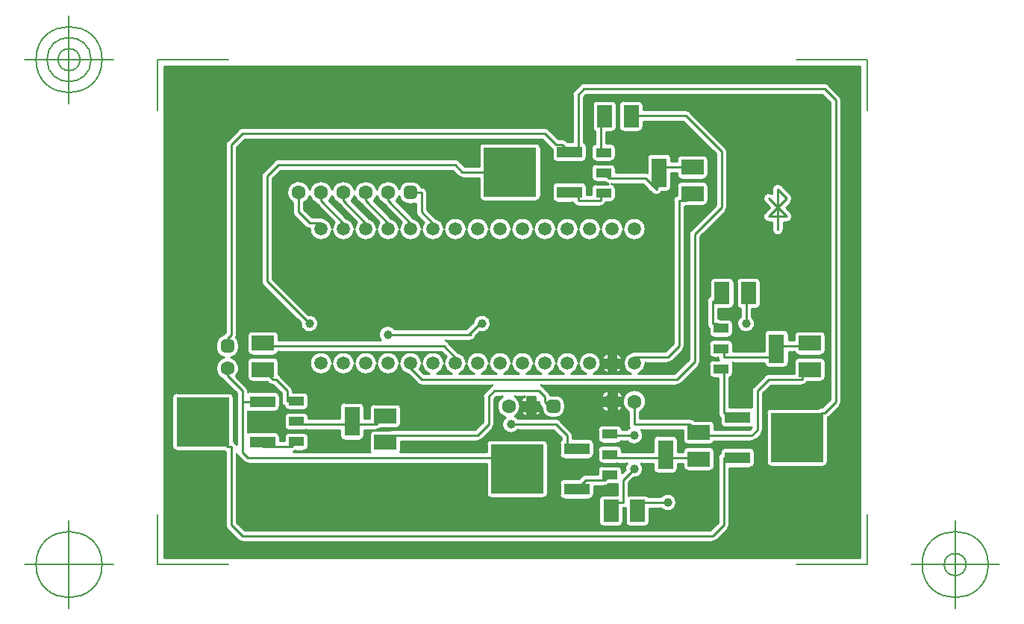
<source format=gbr>
G04 Generated by Ultiboard 14.2 *
%FSLAX24Y24*%
%MOIN*%

%ADD10C,0.0001*%
%ADD11C,0.0100*%
%ADD12C,0.0050*%
%ADD13C,0.0394*%
%ADD14C,0.0591*%
%ADD15R,0.0669X0.0984*%
%ADD16R,0.0669X0.0394*%
%ADD17R,0.0669X0.1299*%
%ADD18R,0.0208X0.0208*%
%ADD19C,0.0392*%
%ADD20C,0.0633*%
%ADD21R,0.2343X0.2185*%
%ADD22R,0.1122X0.0492*%
%ADD23R,0.0984X0.0669*%


G04 ColorRGB 00FF00 for the following layer *
%LNCopper Top*%
%LPD*%
G54D10*
G36*
X208Y22195D02*
X208Y22195D01*
X31292Y22195D01*
X31292Y234D01*
X208Y234D01*
X208Y22195D01*
D02*
G37*
%LPC*%
G36*
X9144Y6976D02*
G74*
D01*
G03X8935Y7184I209J0*
G01*
X8935Y7184D01*
X8266Y7184D01*
G75*
D01*
G03X8057Y6976I0J-208*
G01*
X8057Y6976D01*
X8057Y6459D01*
X6663Y6459D01*
X6663Y6523D01*
G74*
D01*
G03X6455Y6732I208J0*
G01*
X6455Y6732D01*
X5786Y6732D01*
G75*
D01*
G03X5577Y6523I0J-209*
G01*
X5577Y6523D01*
X5577Y6130D01*
G75*
D01*
G03X5786Y5921I209J0*
G01*
X5786Y5921D01*
X6455Y5921D01*
G74*
D01*
G03X6544Y5941I0J209*
G01*
X6544Y5941D01*
X8057Y5941D01*
X8057Y5677D01*
G75*
D01*
G03X8266Y5468I209J0*
G01*
X8266Y5468D01*
X8935Y5468D01*
G75*
D01*
G03X9144Y5677I0J209*
G01*
X9144Y5677D01*
X9144Y5941D01*
X9700Y5941D01*
G74*
D01*
G03X9894Y6029I0J259*
G01*
X9894Y6029D01*
X10585Y6029D01*
G75*
D01*
G03X10794Y6238I0J209*
G01*
X10794Y6238D01*
X10794Y6907D01*
G74*
D01*
G03X10585Y7116I209J0*
G01*
X10585Y7116D01*
X9601Y7116D01*
G75*
D01*
G03X9392Y6907I0J-209*
G01*
X9392Y6907D01*
X9392Y6459D01*
X9144Y6459D01*
X9144Y6976D01*
D02*
G37*
G36*
X12717Y8979D02*
G75*
D01*
G03X11717Y8979I-500J-52*
G01*
G75*
D01*
G03X10717Y8979I-500J-52*
G01*
G75*
D01*
G03X9717Y8979I-500J-52*
G01*
G75*
D01*
G03X8717Y8979I-500J-52*
G01*
G75*
D01*
G03X7717Y8979I-500J-52*
G01*
G75*
D01*
G03X7717Y8874I-500J-52*
G01*
G75*
D01*
G03X8717Y8874I500J53*
G01*
G75*
D01*
G03X9717Y8874I500J53*
G01*
G75*
D01*
G03X10717Y8874I500J53*
G01*
G74*
D01*
G03X11114Y8435I500J53*
G01*
X11114Y8435D01*
X11514Y8020D01*
G74*
D01*
G03X11609Y7958I186J180*
G01*
G75*
D01*
G03X11700Y7941I91J242*
G01*
X11700Y7941D01*
X14857Y7941D01*
G74*
D01*
G03X14767Y7883I93J241*
G01*
X14767Y7883D01*
X14517Y7633D01*
G75*
D01*
G03X14441Y7450I183J-183*
G01*
X14441Y7450D01*
X14441Y6307D01*
X14093Y5959D01*
X10402Y5959D01*
G75*
D01*
G03X10335Y5950I0J-259*
G01*
G74*
D01*
G03X10292Y5934I67J250*
G01*
X10292Y5934D01*
X9601Y5934D01*
G75*
D01*
G03X9392Y5726I0J-208*
G01*
X9392Y5726D01*
X9392Y5057D01*
G75*
D01*
G03X9417Y4959I209J0*
G01*
X9417Y4959D01*
X5993Y4959D01*
X5993Y4959D01*
G74*
D01*
G03X6081Y5016I94J241*
G01*
X6081Y5016D01*
X6455Y5016D01*
G75*
D01*
G03X6663Y5224I0J208*
G01*
X6663Y5224D01*
X6663Y5618D01*
G74*
D01*
G03X6455Y5826I208J0*
G01*
X6455Y5826D01*
X5786Y5826D01*
G75*
D01*
G03X5577Y5618I0J-208*
G01*
X5577Y5618D01*
X5577Y5459D01*
X5368Y5459D01*
X5368Y5651D01*
G74*
D01*
G03X5159Y5860I209J0*
G01*
X5159Y5860D01*
X4037Y5860D01*
G75*
D01*
G03X3959Y5844I0J-209*
G01*
X3959Y5844D01*
X3959Y6769D01*
G75*
D01*
G03X4037Y6754I78J193*
G01*
X4037Y6754D01*
X5159Y6754D01*
G75*
D01*
G03X5368Y6962I0J208*
G01*
X5368Y6962D01*
X5368Y7454D01*
G74*
D01*
G03X5159Y7663I209J0*
G01*
X5159Y7663D01*
X4037Y7663D01*
G75*
D01*
G03X3959Y7648I0J-209*
G01*
X3959Y7648D01*
X3959Y7700D01*
G74*
D01*
G03X3883Y7883I259J0*
G01*
X3883Y7883D01*
X3425Y8340D01*
G75*
D01*
G03X3208Y9189I-387J354*
G01*
G75*
D01*
G03X3547Y9589I-66J400*
G01*
X3547Y9589D01*
X3547Y9798D01*
G74*
D01*
G03X3431Y10083I405J0*
G01*
G75*
D01*
G03X3459Y10200I-231J117*
G01*
X3459Y10200D01*
X3459Y18593D01*
X3581Y18715D01*
X3807Y18941D01*
X17093Y18941D01*
X17319Y18715D01*
X17517Y18517D01*
G74*
D01*
G03X17542Y18495I183J183*
G01*
X17542Y18495D01*
X17542Y18129D01*
G75*
D01*
G03X17751Y17920I209J0*
G01*
X17751Y17920D01*
X18873Y17920D01*
G75*
D01*
G03X19081Y18129I0J209*
G01*
X19081Y18129D01*
X19081Y18621D01*
G74*
D01*
G03X18959Y18811I208J0*
G01*
X18959Y18811D01*
X18959Y20843D01*
X19057Y20941D01*
X29593Y20941D01*
X29941Y20593D01*
X29941Y7307D01*
X29593Y6959D01*
X29574Y6959D01*
G75*
D01*
G03X29416Y6905I0J-259*
G01*
X29416Y6905D01*
X27307Y6905D01*
G75*
D01*
G03X27098Y6697I0J-208*
G01*
X27098Y6697D01*
X27098Y4512D01*
G75*
D01*
G03X27307Y4303I209J0*
G01*
X27307Y4303D01*
X29649Y4303D01*
G75*
D01*
G03X29858Y4512I0J209*
G01*
X29858Y4512D01*
X29858Y6495D01*
G74*
D01*
G03X29883Y6517I158J205*
G01*
X29883Y6517D01*
X30383Y7017D01*
G75*
D01*
G03X30459Y7200I-183J183*
G01*
X30459Y7200D01*
X30459Y20700D01*
G74*
D01*
G03X30383Y20883I259J0*
G01*
X30383Y20883D01*
X29883Y21383D01*
G74*
D01*
G03X29754Y21453I183J183*
G01*
G75*
D01*
G03X29700Y21459I-54J-253*
G01*
X29700Y21459D01*
X18950Y21459D01*
G75*
D01*
G03X18862Y21443I0J-259*
G01*
G74*
D01*
G03X18767Y21383I88J243*
G01*
X18767Y21383D01*
X18689Y21305D01*
X18517Y21133D01*
G75*
D01*
G03X18441Y20950I183J-183*
G01*
X18441Y20950D01*
X18441Y18829D01*
X18223Y18829D01*
X18170Y18883D01*
G74*
D01*
G03X17987Y18959I183J183*
G01*
X17987Y18959D01*
X17807Y18959D01*
X17383Y19383D01*
G74*
D01*
G03X17254Y19453I183J183*
G01*
G75*
D01*
G03X17200Y19459I-54J-253*
G01*
X17200Y19459D01*
X3700Y19459D01*
G75*
D01*
G03X3625Y19448I0J-259*
G01*
G74*
D01*
G03X3517Y19383I75J248*
G01*
X3517Y19383D01*
X3017Y18883D01*
G75*
D01*
G03X2941Y18699I183J-183*
G01*
X2941Y18699D01*
X2941Y10307D01*
X2855Y10221D01*
G74*
D01*
G03X2828Y10189I183J183*
G01*
G74*
D01*
G03X2529Y9798I106J391*
G01*
X2529Y9798D01*
X2529Y9589D01*
G75*
D01*
G03X2868Y9189I405J0*
G01*
G75*
D01*
G03X2826Y8214I170J-495*
G01*
G74*
D01*
G03X2855Y8179I212J148*
G01*
X2855Y8179D01*
X3441Y7593D01*
X3441Y5293D01*
G74*
D01*
G03X3320Y5429I241J93*
G01*
X3320Y5429D01*
X3320Y7399D01*
G74*
D01*
G03X3112Y7608I208J0*
G01*
X3112Y7608D01*
X769Y7608D01*
G75*
D01*
G03X561Y7399I0J-209*
G01*
X561Y7399D01*
X561Y5214D01*
G75*
D01*
G03X769Y5006I208J0*
G01*
X769Y5006D01*
X2876Y5006D01*
G74*
D01*
G03X2941Y4964I171J194*
G01*
X2941Y4964D01*
X2941Y1701D01*
G75*
D01*
G03X3017Y1517I259J-1*
G01*
X3017Y1517D01*
X3517Y1017D01*
G74*
D01*
G03X3625Y952I183J183*
G01*
G75*
D01*
G03X3700Y941I75J248*
G01*
X3700Y941D01*
X24700Y941D01*
G75*
D01*
G03X24754Y947I0J259*
G01*
G74*
D01*
G03X24883Y1017I54J253*
G01*
X24883Y1017D01*
X25383Y1517D01*
G75*
D01*
G03X25459Y1700I-183J183*
G01*
X25459Y1700D01*
X25459Y4248D01*
X26382Y4248D01*
G75*
D01*
G03X26590Y4457I0J209*
G01*
X26590Y4457D01*
X26590Y4949D01*
G74*
D01*
G03X26382Y5157I208J0*
G01*
X26382Y5157D01*
X25260Y5157D01*
G75*
D01*
G03X25051Y4949I0J-208*
G01*
X25051Y4949D01*
X25051Y4912D01*
G74*
D01*
G03X24941Y4700I149J212*
G01*
X24941Y4700D01*
X24941Y1807D01*
X24593Y1459D01*
X3807Y1459D01*
X3459Y1807D01*
X3459Y4857D01*
G74*
D01*
G03X3517Y4767I241J93*
G01*
X3517Y4767D01*
X3767Y4517D01*
G75*
D01*
G03X3950Y4441I183J183*
G01*
X3950Y4441D01*
X14597Y4441D01*
X14597Y3107D01*
G75*
D01*
G03X14805Y2899I208J0*
G01*
X14805Y2899D01*
X17148Y2899D01*
G75*
D01*
G03X17356Y3107I0J208*
G01*
X17356Y3107D01*
X17356Y5293D01*
G74*
D01*
G03X17148Y5501I208J0*
G01*
X17148Y5501D01*
X14805Y5501D01*
G75*
D01*
G03X14597Y5293I0J-208*
G01*
X14597Y5293D01*
X14597Y4959D01*
X10769Y4959D01*
G75*
D01*
G03X10794Y5057I-184J98*
G01*
X10794Y5057D01*
X10794Y5441D01*
X14200Y5441D01*
G75*
D01*
G03X14254Y5447I0J259*
G01*
G74*
D01*
G03X14383Y5517I54J253*
G01*
X14383Y5517D01*
X14883Y6017D01*
G75*
D01*
G03X14959Y6200I-183J183*
G01*
X14959Y6200D01*
X14959Y7343D01*
X15057Y7441D01*
X15317Y7441D01*
G75*
D01*
G03X15433Y6503I283J-441*
G01*
G75*
D01*
G03X16011Y5941I267J-303*
G01*
X16011Y5941D01*
X17593Y5941D01*
X17941Y5593D01*
X17941Y5509D01*
G74*
D01*
G03X17864Y5348I132J161*
G01*
X17864Y5348D01*
X17864Y4856D01*
G75*
D01*
G03X18073Y4647I209J0*
G01*
X18073Y4647D01*
X19195Y4647D01*
G75*
D01*
G03X19403Y4856I0J209*
G01*
X19403Y4856D01*
X19403Y5348D01*
G74*
D01*
G03X19195Y5556I208J0*
G01*
X19195Y5556D01*
X18459Y5556D01*
X18459Y5700D01*
G74*
D01*
G03X18383Y5883I259J0*
G01*
X18383Y5883D01*
X17883Y6383D01*
G74*
D01*
G03X17754Y6453I183J183*
G01*
G75*
D01*
G03X17700Y6459I-54J-253*
G01*
X17700Y6459D01*
X16011Y6459D01*
G74*
D01*
G03X15885Y6560I311J259*
G01*
G75*
D01*
G03X15883Y7441I-285J440*
G01*
X15883Y7441D01*
X16317Y7441D01*
G74*
D01*
G03X16110Y7186I283J441*
G01*
X16110Y7186D01*
X16414Y7186D01*
X16414Y7441D01*
X16786Y7441D01*
X16786Y7186D01*
X16942Y7186D01*
G74*
D01*
G03X17017Y7017I258J14*
G01*
X17017Y7017D01*
X17091Y6944D01*
X17091Y6896D01*
G75*
D01*
G03X17496Y6491I405J0*
G01*
X17496Y6491D01*
X17704Y6491D01*
G75*
D01*
G03X18109Y6896I0J405*
G01*
X18109Y6896D01*
X18109Y7104D01*
G74*
D01*
G03X17704Y7509I405J0*
G01*
X17704Y7509D01*
X17496Y7509D01*
G75*
D01*
G03X17452Y7507I0J-405*
G01*
G74*
D01*
G03X17383Y7633I252J57*
G01*
X17383Y7633D01*
X17133Y7883D01*
G74*
D01*
G03X17043Y7941I183J183*
G01*
X17043Y7941D01*
X23100Y7941D01*
G74*
D01*
G03X23283Y8017I0J259*
G01*
X23283Y8017D01*
X24083Y8817D01*
G75*
D01*
G03X24159Y9000I-183J183*
G01*
X24159Y9000D01*
X24159Y14593D01*
X25283Y15717D01*
G75*
D01*
G03X25359Y15900I-183J183*
G01*
X25359Y15900D01*
X25359Y18400D01*
G74*
D01*
G03X25283Y18583I259J0*
G01*
X25283Y18583D01*
X25151Y18715D01*
X25151Y18715D01*
X23683Y20183D01*
G74*
D01*
G03X23507Y20259I183J183*
G01*
X23500Y20259D01*
X23500Y20259D01*
X21607Y20259D01*
X21607Y20462D01*
G74*
D01*
G03X21399Y20670I208J0*
G01*
X21399Y20670D01*
X20730Y20670D01*
G75*
D01*
G03X20521Y20462I0J-208*
G01*
X20521Y20462D01*
X20521Y19478D01*
G75*
D01*
G03X20730Y19269I209J0*
G01*
X20730Y19269D01*
X21399Y19269D01*
G75*
D01*
G03X21607Y19478I0J209*
G01*
X21607Y19478D01*
X21607Y19741D01*
X23393Y19741D01*
X24841Y18293D01*
X24841Y16007D01*
X23717Y14883D01*
G75*
D01*
G03X23641Y14700I183J-183*
G01*
X23641Y14700D01*
X23641Y9107D01*
X22993Y8459D01*
X21401Y8459D01*
G75*
D01*
G03X21720Y8941I-184J468*
G01*
X21720Y8941D01*
X22700Y8941D01*
G75*
D01*
G03X22754Y8947I0J259*
G01*
G74*
D01*
G03X22883Y9017I54J253*
G01*
X22883Y9017D01*
X23132Y9266D01*
X23383Y9517D01*
G75*
D01*
G03X23459Y9700I-183J183*
G01*
X23459Y9700D01*
X23459Y15941D01*
X23498Y15941D01*
G75*
D01*
G03X23608Y15966I0J259*
G01*
X23608Y15966D01*
X24299Y15966D01*
G75*
D01*
G03X24507Y16174I0J208*
G01*
X24507Y16174D01*
X24507Y16843D01*
G74*
D01*
G03X24299Y17052I208J0*
G01*
X24299Y17052D01*
X23315Y17052D01*
G75*
D01*
G03X23106Y16843I0J-209*
G01*
X23106Y16843D01*
X23106Y16441D01*
G74*
D01*
G03X22941Y16200I94J241*
G01*
X22941Y16200D01*
X22941Y9807D01*
X22593Y9459D01*
X21217Y9459D01*
G75*
D01*
G03X21057Y9403I0J-259*
G01*
G75*
D01*
G03X21033Y8459I160J-476*
G01*
X21033Y8459D01*
X20401Y8459D01*
G74*
D01*
G03X20687Y8748I184J468*
G01*
X20687Y8748D01*
X20396Y8748D01*
X20396Y8459D01*
X20039Y8459D01*
X20039Y8748D01*
X19747Y8748D01*
G74*
D01*
G03X20033Y8459I470J179*
G01*
X20033Y8459D01*
X19401Y8459D01*
G75*
D01*
G03X18717Y8979I-184J468*
G01*
G75*
D01*
G03X17717Y8979I-500J-52*
G01*
G75*
D01*
G03X16717Y8979I-500J-52*
G01*
G75*
D01*
G03X15717Y8979I-500J-52*
G01*
G75*
D01*
G03X14717Y8979I-500J-52*
G01*
G75*
D01*
G03X13717Y8979I-500J-52*
G01*
G74*
D01*
G03X13356Y9410I500J52*
G01*
X13356Y9410D01*
X12883Y9883D01*
G74*
D01*
G03X12793Y9941I183J183*
G01*
X12793Y9941D01*
X13900Y9941D01*
G74*
D01*
G03X14159Y10193I0J259*
G01*
X14159Y10193D01*
X14280Y10314D01*
G75*
D01*
G03X14001Y10767I120J386*
G01*
X14001Y10767D01*
X13693Y10459D01*
X10511Y10459D01*
G75*
D01*
G03X9876Y9959I-311J-259*
G01*
X9876Y9959D01*
X5328Y9959D01*
X5328Y10161D01*
G74*
D01*
G03X5120Y10370I208J0*
G01*
X5120Y10370D01*
X4136Y10370D01*
G75*
D01*
G03X3927Y10161I0J-209*
G01*
X3927Y10161D01*
X3927Y9492D01*
G75*
D01*
G03X4136Y9284I209J0*
G01*
X4136Y9284D01*
X5120Y9284D01*
G74*
D01*
G03X5322Y9441I0J208*
G01*
X5322Y9441D01*
X12593Y9441D01*
X12768Y9266D01*
X12811Y9223D01*
G74*
D01*
G03X12717Y8979I406J296*
G01*
D02*
G37*
G36*
X9717Y14874D02*
G75*
D01*
G03X10717Y14874I500J53*
G01*
G75*
D01*
G03X11717Y14874I500J53*
G01*
G75*
D01*
G03X12717Y14874I500J53*
G01*
G75*
D01*
G03X13717Y14874I500J53*
G01*
G75*
D01*
G03X14717Y14874I500J53*
G01*
G75*
D01*
G03X15717Y14874I500J53*
G01*
G75*
D01*
G03X16717Y14874I500J53*
G01*
G75*
D01*
G03X17717Y14874I500J53*
G01*
G75*
D01*
G03X18717Y14874I500J53*
G01*
G75*
D01*
G03X19717Y14874I500J53*
G01*
G75*
D01*
G03X20717Y14874I500J53*
G01*
G75*
D01*
G03X20717Y14979I500J53*
G01*
G75*
D01*
G03X19717Y14979I-500J-52*
G01*
G75*
D01*
G03X18717Y14979I-500J-52*
G01*
G75*
D01*
G03X17717Y14979I-500J-52*
G01*
G75*
D01*
G03X16717Y14979I-500J-52*
G01*
G75*
D01*
G03X15717Y14979I-500J-52*
G01*
G75*
D01*
G03X14717Y14979I-500J-52*
G01*
G75*
D01*
G03X13717Y14979I-500J-52*
G01*
G75*
D01*
G03X12717Y14979I-500J-52*
G01*
G74*
D01*
G03X12356Y15410I500J52*
G01*
X12356Y15410D01*
X11959Y15807D01*
X11959Y16557D01*
G74*
D01*
G03X11700Y16815I259J0*
G01*
X11700Y16815D01*
X11696Y16815D01*
G74*
D01*
G03X11321Y17066I375J154*
G01*
X11321Y17066D01*
X11113Y17066D01*
G75*
D01*
G03X10713Y16726I0J-405*
G01*
G75*
D01*
G03X9717Y16714I-496J-169*
G01*
G75*
D01*
G03X8717Y16714I-500J-157*
G01*
G75*
D01*
G03X7717Y16714I-500J-157*
G01*
G75*
D01*
G03X6717Y16714I-500J-157*
G01*
G75*
D01*
G03X5941Y16111I-500J-157*
G01*
X5941Y16111D01*
X5941Y15701D01*
G75*
D01*
G03X6017Y15517I259J-1*
G01*
X6017Y15517D01*
X6517Y15017D01*
G74*
D01*
G03X6625Y14952I183J183*
G01*
G75*
D01*
G03X6700Y14941I75J248*
G01*
X6700Y14941D01*
X6715Y14941D01*
G75*
D01*
G03X7717Y14874I502J-14*
G01*
G75*
D01*
G03X8717Y14874I500J53*
G01*
G75*
D01*
G03X9717Y14874I500J53*
G01*
D02*
G37*
G36*
X13200Y18059D02*
X13200Y18059D01*
X5300Y18059D01*
G75*
D01*
G03X5225Y18048I0J-259*
G01*
G74*
D01*
G03X5117Y17983I75J248*
G01*
X5117Y17983D01*
X4617Y17483D01*
G75*
D01*
G03X4541Y17299I183J-183*
G01*
X4541Y17299D01*
X4541Y12600D01*
G75*
D01*
G03X4617Y12417I259J0*
G01*
X4617Y12417D01*
X6297Y10737D01*
G75*
D01*
G03X6663Y11103I403J-37*
G01*
X6663Y11103D01*
X5059Y12707D01*
X5059Y17193D01*
X5407Y17541D01*
X13093Y17541D01*
X13344Y17290D01*
G75*
D01*
G03X13527Y17215I183J183*
G01*
X13527Y17215D01*
X14275Y17215D01*
X14275Y16381D01*
G75*
D01*
G03X14483Y16172I208J0*
G01*
X14483Y16172D01*
X16826Y16172D01*
G75*
D01*
G03X17034Y16381I0J209*
G01*
X17034Y16381D01*
X17034Y18566D01*
G74*
D01*
G03X16826Y18774I208J0*
G01*
X16826Y18774D01*
X14483Y18774D01*
G75*
D01*
G03X14275Y18566I0J-208*
G01*
X14275Y18566D01*
X14275Y17732D01*
X13634Y17732D01*
X13383Y17983D01*
G74*
D01*
G03X13215Y18058I183J183*
G01*
G75*
D01*
G03X13200Y18059I-15J-258*
G01*
D02*
G37*
G36*
X18700Y15941D02*
X18700Y15941D01*
X19700Y15941D01*
G74*
D01*
G03X19950Y16133I0J259*
G01*
X19950Y16133D01*
X20169Y16133D01*
G75*
D01*
G03X20377Y16341I0J208*
G01*
X20377Y16341D01*
X20377Y16735D01*
G74*
D01*
G03X20199Y16941I208J0*
G01*
X20199Y16941D01*
X21593Y16941D01*
X21774Y16760D01*
G74*
D01*
G03X21946Y16588I206J34*
G01*
X21946Y16588D01*
X22017Y16517D01*
G75*
D01*
G03X22432Y16586I183J183*
G01*
X22432Y16586D01*
X22649Y16586D01*
G75*
D01*
G03X22857Y16794I0J208*
G01*
X22857Y16794D01*
X22857Y17441D01*
X23106Y17441D01*
X23106Y17355D01*
G75*
D01*
G03X23315Y17147I209J0*
G01*
X23315Y17147D01*
X24299Y17147D01*
G75*
D01*
G03X24507Y17355I0J208*
G01*
X24507Y17355D01*
X24507Y18024D01*
G74*
D01*
G03X24299Y18233I208J0*
G01*
X24299Y18233D01*
X23315Y18233D01*
G75*
D01*
G03X23106Y18024I0J-209*
G01*
X23106Y18024D01*
X23106Y17959D01*
X22857Y17959D01*
X22857Y18093D01*
G74*
D01*
G03X22649Y18302I208J0*
G01*
X22649Y18302D01*
X21980Y18302D01*
G75*
D01*
G03X21771Y18093I0J-209*
G01*
X21771Y18093D01*
X21771Y17449D01*
G74*
D01*
G03X21754Y17453I71J249*
G01*
G75*
D01*
G03X21700Y17459I-54J-253*
G01*
X21700Y17459D01*
X20377Y17459D01*
X20377Y17641D01*
G74*
D01*
G03X20169Y17849I208J0*
G01*
X20169Y17849D01*
X19499Y17849D01*
G75*
D01*
G03X19291Y17641I0J-208*
G01*
X19291Y17641D01*
X19291Y17247D01*
G75*
D01*
G03X19499Y17038I208J0*
G01*
X19499Y17038D01*
X19873Y17038D01*
X19895Y17017D01*
G74*
D01*
G03X20044Y16944I183J183*
G01*
X20044Y16944D01*
X19499Y16944D01*
G75*
D01*
G03X19291Y16735I0J-209*
G01*
X19291Y16735D01*
X19291Y16459D01*
X19081Y16459D01*
X19081Y16818D01*
G74*
D01*
G03X18873Y17026I208J0*
G01*
X18873Y17026D01*
X17751Y17026D01*
G75*
D01*
G03X17542Y16818I0J-208*
G01*
X17542Y16818D01*
X17542Y16326D01*
G75*
D01*
G03X17751Y16117I209J0*
G01*
X17751Y16117D01*
X18455Y16117D01*
G75*
D01*
G03X18700Y15941I245J83*
G01*
D02*
G37*
G36*
X20396Y9397D02*
X20396Y9397D01*
X20396Y9105D01*
X20687Y9105D01*
G74*
D01*
G03X20396Y9397I470J178*
G01*
D02*
G37*
G36*
X20039Y9397D02*
G74*
D01*
G03X19747Y9105I178J470*
G01*
X19747Y9105D01*
X20039Y9105D01*
X20039Y9397D01*
D02*
G37*
G36*
X20169Y18755D02*
X20169Y18755D01*
X19959Y18755D01*
X19959Y19269D01*
X20218Y19269D01*
G75*
D01*
G03X20426Y19478I0J209*
G01*
X20426Y19478D01*
X20426Y20462D01*
G74*
D01*
G03X20218Y20670I208J0*
G01*
X20218Y20670D01*
X19549Y20670D01*
G75*
D01*
G03X19340Y20462I0J-208*
G01*
X19340Y20462D01*
X19340Y19478D01*
G75*
D01*
G03X19441Y19299I209J0*
G01*
X19441Y19299D01*
X19441Y18746D01*
G74*
D01*
G03X19291Y18546I58J200*
G01*
X19291Y18546D01*
X19291Y18152D01*
G75*
D01*
G03X19499Y17944I208J0*
G01*
X19499Y17944D01*
X20169Y17944D01*
G75*
D01*
G03X20377Y18152I0J208*
G01*
X20377Y18152D01*
X20377Y18546D01*
G74*
D01*
G03X20169Y18755I208J0*
G01*
D02*
G37*
G36*
X28104Y8931D02*
X28104Y8931D01*
X28104Y9441D01*
X28359Y9441D01*
G75*
D01*
G03X28561Y9284I202J51*
G01*
X28561Y9284D01*
X29545Y9284D01*
G75*
D01*
G03X29754Y9492I0J208*
G01*
X29754Y9492D01*
X29754Y10161D01*
G74*
D01*
G03X29545Y10370I209J0*
G01*
X29545Y10370D01*
X28561Y10370D01*
G75*
D01*
G03X28352Y10161I0J-209*
G01*
X28352Y10161D01*
X28352Y9959D01*
X28104Y9959D01*
X28104Y10230D01*
G74*
D01*
G03X27895Y10439I209J0*
G01*
X27895Y10439D01*
X27226Y10439D01*
G75*
D01*
G03X27017Y10230I0J-209*
G01*
X27017Y10230D01*
X27017Y9459D01*
X25623Y9459D01*
X25623Y9778D01*
G74*
D01*
G03X25415Y9986I208J0*
G01*
X25415Y9986D01*
X24746Y9986D01*
G75*
D01*
G03X24537Y9778I0J-208*
G01*
X24537Y9778D01*
X24537Y9384D01*
G75*
D01*
G03X24746Y9175I209J0*
G01*
X24746Y9175D01*
X24942Y9175D01*
G74*
D01*
G03X24971Y9081I258J25*
G01*
X24971Y9081D01*
X24746Y9081D01*
G75*
D01*
G03X24537Y8872I0J-209*
G01*
X24537Y8872D01*
X24537Y8478D01*
G75*
D01*
G03X24746Y8270I209J0*
G01*
X24746Y8270D01*
X24941Y8270D01*
X24941Y6700D01*
G75*
D01*
G03X25051Y6488I259J0*
G01*
X25051Y6488D01*
X25051Y6260D01*
G75*
D01*
G03X25260Y6051I209J0*
G01*
X25260Y6051D01*
X26382Y6051D01*
G74*
D01*
G03X26441Y6060I0J209*
G01*
X26441Y6060D01*
X26441Y6057D01*
X26343Y5959D01*
X24793Y5959D01*
X24793Y6165D01*
G74*
D01*
G03X24584Y6374I209J0*
G01*
X24584Y6374D01*
X23892Y6374D01*
G74*
D01*
G03X23700Y6459I192J174*
G01*
X23700Y6459D01*
X21459Y6459D01*
X21459Y6626D01*
G75*
D01*
G03X21475Y6716I-243J90*
G01*
X21475Y6716D01*
X21475Y6758D01*
G75*
D01*
G03X20949Y6763I-259J456*
G01*
G75*
D01*
G03X20941Y6699I251J-63*
G01*
X20941Y6699D01*
X20941Y6200D01*
G75*
D01*
G03X20992Y6047I259J0*
G01*
G74*
D01*
G03X20889Y5959I208J347*
G01*
X20889Y5959D01*
X20662Y5959D01*
G74*
D01*
G03X20454Y6157I208J10*
G01*
X20454Y6157D01*
X19784Y6157D01*
G75*
D01*
G03X19576Y5949I0J-208*
G01*
X19576Y5949D01*
X19576Y5555D01*
G75*
D01*
G03X19784Y5347I208J0*
G01*
X19784Y5347D01*
X20454Y5347D01*
G74*
D01*
G03X20628Y5441I0J208*
G01*
X20628Y5441D01*
X20889Y5441D01*
G75*
D01*
G03X21524Y5941I311J259*
G01*
X21524Y5941D01*
X23391Y5941D01*
X23391Y5496D01*
G75*
D01*
G03X23600Y5287I209J0*
G01*
X23600Y5287D01*
X24584Y5287D01*
G74*
D01*
G03X24785Y5441I0J209*
G01*
X24785Y5441D01*
X26450Y5441D01*
G75*
D01*
G03X26481Y5443I0J259*
G01*
G74*
D01*
G03X26633Y5517I31J257*
G01*
X26633Y5517D01*
X26883Y5767D01*
G75*
D01*
G03X26959Y5950I-183J183*
G01*
X26959Y5950D01*
X26959Y7593D01*
X27307Y7941D01*
X28700Y7941D01*
G74*
D01*
G03X28940Y8103I0J259*
G01*
X28940Y8103D01*
X29545Y8103D01*
G75*
D01*
G03X29754Y8311I0J208*
G01*
X29754Y8311D01*
X29754Y8980D01*
G74*
D01*
G03X29545Y9189I209J0*
G01*
X29545Y9189D01*
X28561Y9189D01*
G75*
D01*
G03X28352Y8980I0J-209*
G01*
X28352Y8980D01*
X28352Y8459D01*
X27200Y8459D01*
G75*
D01*
G03X27125Y8448I0J-259*
G01*
G74*
D01*
G03X27017Y8383I75J248*
G01*
X27017Y8383D01*
X26517Y7883D01*
G75*
D01*
G03X26441Y7699I183J-183*
G01*
X26441Y7699D01*
X26441Y6952D01*
G74*
D01*
G03X26382Y6960I59J200*
G01*
X26382Y6960D01*
X25459Y6960D01*
X25459Y8275D01*
G75*
D01*
G03X25623Y8478I-44J203*
G01*
X25623Y8478D01*
X25623Y8872D01*
G74*
D01*
G03X25611Y8941I208J0*
G01*
X25611Y8941D01*
X27017Y8941D01*
X27017Y8931D01*
G75*
D01*
G03X27226Y8723I209J0*
G01*
X27226Y8723D01*
X27895Y8723D01*
G75*
D01*
G03X28104Y8931I0J208*
G01*
D02*
G37*
G36*
X28199Y15670D02*
X28199Y15670D01*
X28138Y15731D01*
X28138Y15731D01*
X27982Y15887D01*
X28138Y16043D01*
X28199Y16104D01*
G75*
D01*
G03X28199Y16470I-183J183*
G01*
X28199Y16470D01*
X28138Y16531D01*
X28138Y16531D01*
X27799Y16869D01*
G74*
D01*
G03X27682Y16937I183J182*
G01*
G75*
D01*
G03X27357Y16686I-66J-250*
G01*
X27357Y16686D01*
X27357Y16503D01*
G75*
D01*
G03X27033Y16104I-141J-216*
G01*
X27033Y16104D01*
X27250Y15887D01*
X27033Y15670D01*
G75*
D01*
G03X26980Y15382I183J-183*
G01*
G75*
D01*
G03X27216Y15228I236J105*
G01*
X27216Y15228D01*
X27357Y15228D01*
X27357Y14887D01*
G75*
D01*
G03X27875Y14887I259J0*
G01*
X27875Y14887D01*
X27875Y15228D01*
X28016Y15228D01*
G75*
D01*
G03X28199Y15670I0J259*
G01*
D02*
G37*
G36*
X19195Y2844D02*
G75*
D01*
G03X19403Y3052I0J208*
G01*
X19403Y3052D01*
X19403Y3441D01*
X19878Y3441D01*
G75*
D01*
G03X19970Y3458I0J259*
G01*
G74*
D01*
G03X20061Y3517I92J242*
G01*
X20061Y3517D01*
X20080Y3536D01*
X20441Y3536D01*
X20441Y3021D01*
X19834Y3021D01*
G75*
D01*
G03X19625Y2813I0J-208*
G01*
X19625Y2813D01*
X19625Y1828D01*
G75*
D01*
G03X19834Y1620I209J0*
G01*
X19834Y1620D01*
X20503Y1620D01*
G75*
D01*
G03X20711Y1828I0J208*
G01*
X20711Y1828D01*
X20711Y2442D01*
G74*
D01*
G03X20806Y2464I11J258*
G01*
X20806Y2464D01*
X20806Y1828D01*
G75*
D01*
G03X21015Y1620I209J0*
G01*
X21015Y1620D01*
X21684Y1620D01*
G75*
D01*
G03X21893Y1828I0J208*
G01*
X21893Y1828D01*
X21893Y2441D01*
X22389Y2441D01*
G75*
D01*
G03X22389Y2959I311J259*
G01*
X22389Y2959D01*
X21833Y2959D01*
G74*
D01*
G03X21684Y3021I149J146*
G01*
X21684Y3021D01*
X21015Y3021D01*
G75*
D01*
G03X20959Y3013I0J-208*
G01*
X20959Y3013D01*
X20959Y3593D01*
X21163Y3797D01*
G75*
D01*
G03X21524Y4441I37J403*
G01*
X21524Y4441D01*
X22056Y4441D01*
X22056Y4197D01*
G75*
D01*
G03X22265Y3988I209J0*
G01*
X22265Y3988D01*
X22934Y3988D01*
G75*
D01*
G03X23143Y4197I0J209*
G01*
X23143Y4197D01*
X23143Y4441D01*
X23391Y4441D01*
X23391Y4315D01*
G75*
D01*
G03X23600Y4106I209J0*
G01*
X23600Y4106D01*
X24584Y4106D01*
G75*
D01*
G03X24793Y4315I0J209*
G01*
X24793Y4315D01*
X24793Y4984D01*
G74*
D01*
G03X24584Y5193I209J0*
G01*
X24584Y5193D01*
X23600Y5193D01*
G75*
D01*
G03X23391Y4984I0J-209*
G01*
X23391Y4984D01*
X23391Y4959D01*
X23143Y4959D01*
X23143Y5496D01*
G74*
D01*
G03X22934Y5704I209J0*
G01*
X22934Y5704D01*
X22265Y5704D01*
G75*
D01*
G03X22056Y5496I0J-208*
G01*
X22056Y5496D01*
X22056Y4959D01*
X20662Y4959D01*
X20662Y5043D01*
G74*
D01*
G03X20454Y5252I208J0*
G01*
X20454Y5252D01*
X19784Y5252D01*
G75*
D01*
G03X19576Y5043I0J-209*
G01*
X19576Y5043D01*
X19576Y4650D01*
G75*
D01*
G03X19784Y4441I208J0*
G01*
X19784Y4441D01*
X20454Y4441D01*
G74*
D01*
G03X20464Y4441I0J209*
G01*
X20464Y4441D01*
X20876Y4441D01*
G75*
D01*
G03X20797Y4163I324J-241*
G01*
X20797Y4163D01*
X20662Y4028D01*
X20662Y4138D01*
G74*
D01*
G03X20454Y4346I208J0*
G01*
X20454Y4346D01*
X19784Y4346D01*
G75*
D01*
G03X19576Y4138I0J-208*
G01*
X19576Y4138D01*
X19576Y3959D01*
X19035Y3959D01*
G75*
D01*
G03X18941Y3941I0J-259*
G01*
G74*
D01*
G03X18852Y3883I94J241*
G01*
X18852Y3883D01*
X18723Y3753D01*
X18073Y3753D01*
G75*
D01*
G03X17864Y3544I0J-209*
G01*
X17864Y3544D01*
X17864Y3052D01*
G75*
D01*
G03X18073Y2844I209J0*
G01*
X18073Y2844D01*
X19195Y2844D01*
D02*
G37*
G36*
X20020Y8927D02*
G75*
D01*
G03X20020Y8927I197J0*
G01*
D02*
G37*
G36*
X17090Y6814D02*
X17090Y6814D01*
X16786Y6814D01*
X16786Y6510D01*
G74*
D01*
G03X17090Y6814I186J490*
G01*
D02*
G37*
G36*
X16414Y6510D02*
X16414Y6510D01*
X16414Y6814D01*
X16110Y6814D01*
G74*
D01*
G03X16414Y6510I490J186*
G01*
D02*
G37*
G36*
X16425Y7000D02*
G75*
D01*
G03X16425Y7000I175J0*
G01*
D02*
G37*
G36*
X5060Y7942D02*
G75*
D01*
G03X5073Y7941I13J258*
G01*
X5073Y7941D01*
X5093Y7941D01*
X5441Y7593D01*
X5441Y7232D01*
G75*
D01*
G03X5580Y7003I259J0*
G01*
G75*
D01*
G03X5786Y6827I206J32*
G01*
X5786Y6827D01*
X6455Y6827D01*
G75*
D01*
G03X6663Y7035I0J208*
G01*
X6663Y7035D01*
X6663Y7429D01*
G74*
D01*
G03X6455Y7637I208J0*
G01*
X6455Y7637D01*
X5959Y7637D01*
X5959Y7700D01*
G74*
D01*
G03X5883Y7883I259J0*
G01*
X5883Y7883D01*
X5383Y8383D01*
G74*
D01*
G03X5328Y8425I183J183*
G01*
X5328Y8425D01*
X5328Y8980D01*
G74*
D01*
G03X5120Y9189I208J0*
G01*
X5120Y9189D01*
X4136Y9189D01*
G75*
D01*
G03X3927Y8980I0J-209*
G01*
X3927Y8980D01*
X3927Y8311D01*
G75*
D01*
G03X4136Y8103I209J0*
G01*
X4136Y8103D01*
X4805Y8103D01*
X4890Y8017D01*
G74*
D01*
G03X5060Y7942I183J183*
G01*
D02*
G37*
G36*
X25941Y11360D02*
X25941Y11360D01*
X25941Y11011D01*
G75*
D01*
G03X26459Y11011I259J-311*
G01*
X26459Y11011D01*
X26459Y11357D01*
X26645Y11357D01*
G75*
D01*
G03X26854Y11565I0J208*
G01*
X26854Y11565D01*
X26854Y12550D01*
G74*
D01*
G03X26645Y12758I209J0*
G01*
X26645Y12758D01*
X25976Y12758D01*
G75*
D01*
G03X25767Y12550I0J-208*
G01*
X25767Y12550D01*
X25767Y11565D01*
G75*
D01*
G03X25941Y11360I209J0*
G01*
D02*
G37*
G36*
X24586Y11932D02*
G74*
D01*
G03X24441Y11700I114J232*
G01*
X24441Y11700D01*
X24441Y10700D01*
G75*
D01*
G03X24537Y10499I259J0*
G01*
X24537Y10499D01*
X24537Y10289D01*
G75*
D01*
G03X24746Y10081I209J0*
G01*
X24746Y10081D01*
X25415Y10081D01*
G75*
D01*
G03X25623Y10289I0J208*
G01*
X25623Y10289D01*
X25623Y10683D01*
G74*
D01*
G03X25415Y10892I208J0*
G01*
X25415Y10892D01*
X25040Y10892D01*
G74*
D01*
G03X24959Y10942I174J192*
G01*
X24959Y10942D01*
X24959Y11357D01*
X25464Y11357D01*
G75*
D01*
G03X25672Y11565I0J208*
G01*
X25672Y11565D01*
X25672Y12550D01*
G74*
D01*
G03X25464Y12758I208J0*
G01*
X25464Y12758D01*
X24795Y12758D01*
G75*
D01*
G03X24586Y12550I0J-208*
G01*
X24586Y12550D01*
X24586Y11932D01*
D02*
G37*
G36*
X20397Y6711D02*
G74*
D01*
G03X20718Y7033I77J398*
G01*
X20718Y7033D01*
X20397Y7033D01*
X20397Y6711D01*
D02*
G37*
G36*
X20718Y7394D02*
G74*
D01*
G03X20397Y7716I398J76*
G01*
X20397Y7716D01*
X20397Y7394D01*
X20718Y7394D01*
D02*
G37*
G36*
X20035Y7716D02*
G74*
D01*
G03X19714Y7394I77J398*
G01*
X19714Y7394D01*
X20035Y7394D01*
X20035Y7716D01*
D02*
G37*
G36*
X19714Y7033D02*
G74*
D01*
G03X20035Y6711I398J76*
G01*
X20035Y6711D01*
X20035Y7033D01*
X19714Y7033D01*
D02*
G37*
G36*
X20020Y7214D02*
G75*
D01*
G03X20020Y7214I196J0*
G01*
D02*
G37*
%LPD*%
G36*
X6985Y16087D02*
G74*
D01*
G02X6717Y16399I232J470*
G01*
G74*
D01*
G02X6459Y16091I500J158*
G01*
X6459Y16091D01*
X6459Y15807D01*
X6807Y15459D01*
X7200Y15459D01*
G75*
D01*
G02X7283Y15445I0J-259*
G01*
G74*
D01*
G02X7348Y15412I83J245*
G01*
G74*
D01*
G02X7717Y14979I131J485*
G01*
G74*
D01*
G02X7813Y15225I500J52*
G01*
X7813Y15225D01*
X7033Y16019D01*
G74*
D01*
G02X6985Y16087I184J181*
G01*
D02*
G37*
G36*
X7591Y16189D02*
X7591Y16189D01*
X8357Y15409D01*
G74*
D01*
G02X8717Y14979I140J482*
G01*
G74*
D01*
G02X8813Y15225I500J52*
G01*
X8813Y15225D01*
X8033Y16019D01*
G74*
D01*
G02X7985Y16087I184J181*
G01*
G74*
D01*
G02X7717Y16399I232J470*
G01*
G74*
D01*
G02X7591Y16189I500J158*
G01*
D02*
G37*
G36*
X9591Y16189D02*
G74*
D01*
G03X9717Y16399I374J368*
G01*
G74*
D01*
G03X9985Y16087I500J158*
G01*
G74*
D01*
G03X10033Y16019I232J113*
G01*
X10033Y16019D01*
X10813Y15225D01*
G74*
D01*
G03X10717Y14979I404J298*
G01*
G74*
D01*
G03X10357Y15409I500J52*
G01*
X10357Y15409D01*
X9591Y16189D01*
D02*
G37*
G36*
X9357Y15409D02*
X9357Y15409D01*
X9240Y15528D01*
X9240Y15528D01*
X8591Y16189D01*
G74*
D01*
G03X8717Y16399I374J368*
G01*
G74*
D01*
G03X8985Y16087I500J158*
G01*
G74*
D01*
G03X9033Y16019I232J113*
G01*
X9033Y16019D01*
X9240Y15807D01*
X9240Y15807D01*
X9813Y15225D01*
G74*
D01*
G03X9717Y14979I404J298*
G01*
G74*
D01*
G03X9357Y15409I500J52*
G01*
D02*
G37*
G36*
X11441Y15700D02*
G75*
D01*
G03X11517Y15517I259J0*
G01*
X11517Y15517D01*
X11811Y15223D01*
G74*
D01*
G03X11717Y14979I406J296*
G01*
G74*
D01*
G03X11357Y15409I500J52*
G01*
X11357Y15409D01*
X10591Y16189D01*
G74*
D01*
G03X10713Y16387I374J368*
G01*
G75*
D01*
G03X11113Y16047I400J65*
G01*
X11113Y16047D01*
X11321Y16047D01*
G74*
D01*
G03X11441Y16065I0J405*
G01*
X11441Y16065D01*
X11441Y15700D01*
D02*
G37*
G36*
X12401Y8459D02*
G74*
D01*
G03X12717Y8874I184J468*
G01*
G74*
D01*
G03X13033Y8459I500J53*
G01*
X13033Y8459D01*
X12401Y8459D01*
D02*
G37*
G36*
X13717Y8874D02*
G74*
D01*
G03X14033Y8459I500J53*
G01*
X14033Y8459D01*
X13401Y8459D01*
G74*
D01*
G03X13717Y8874I184J468*
G01*
D02*
G37*
G36*
X15033Y8459D02*
X15033Y8459D01*
X14401Y8459D01*
G74*
D01*
G03X14717Y8874I184J468*
G01*
G74*
D01*
G03X15033Y8459I500J53*
G01*
D02*
G37*
G36*
X15717Y8874D02*
G74*
D01*
G03X16033Y8459I500J53*
G01*
X16033Y8459D01*
X15401Y8459D01*
G74*
D01*
G03X15717Y8874I184J468*
G01*
D02*
G37*
G36*
X16717Y8874D02*
G74*
D01*
G03X17033Y8459I500J53*
G01*
X17033Y8459D01*
X16401Y8459D01*
G74*
D01*
G03X16717Y8874I184J468*
G01*
D02*
G37*
G36*
X17717Y8874D02*
G74*
D01*
G03X18033Y8459I500J53*
G01*
X18033Y8459D01*
X17401Y8459D01*
G74*
D01*
G03X17717Y8874I184J468*
G01*
D02*
G37*
G36*
X18401Y8459D02*
X18401Y8459D01*
X19033Y8459D01*
G74*
D01*
G02X18717Y8874I184J468*
G01*
G74*
D01*
G02X18401Y8459I500J53*
G01*
D02*
G37*
G36*
X11632Y8643D02*
G74*
D01*
G03X11717Y8874I415J284*
G01*
G74*
D01*
G03X12033Y8459I500J53*
G01*
X12033Y8459D01*
X11810Y8459D01*
X11632Y8643D01*
D02*
G37*
G54D11*
X9144Y6976D02*
G74*
D01*
G03X8935Y7184I209J0*
G01*
X8266Y7184D01*
G75*
D01*
G03X8057Y6976I0J-208*
G01*
X8057Y6459D01*
X6663Y6459D01*
X6663Y6523D01*
G74*
D01*
G03X6455Y6732I208J0*
G01*
X5786Y6732D01*
G75*
D01*
G03X5577Y6523I0J-209*
G01*
X5577Y6130D01*
G75*
D01*
G03X5786Y5921I209J0*
G01*
X6455Y5921D01*
G74*
D01*
G03X6544Y5941I0J209*
G01*
X8057Y5941D01*
X8057Y5677D01*
G75*
D01*
G03X8266Y5468I209J0*
G01*
X8935Y5468D01*
G75*
D01*
G03X9144Y5677I0J209*
G01*
X9144Y5941D01*
X9700Y5941D01*
G74*
D01*
G03X9894Y6029I0J259*
G01*
X10585Y6029D01*
G75*
D01*
G03X10794Y6238I0J209*
G01*
X10794Y6907D01*
G74*
D01*
G03X10585Y7116I209J0*
G01*
X9601Y7116D01*
G75*
D01*
G03X9392Y6907I0J-209*
G01*
X9392Y6459D01*
X9144Y6459D01*
X9144Y6976D01*
X12717Y8979D02*
G75*
D01*
G03X11717Y8979I-500J-52*
G01*
G75*
D01*
G03X10717Y8979I-500J-52*
G01*
G75*
D01*
G03X9717Y8979I-500J-52*
G01*
G75*
D01*
G03X8717Y8979I-500J-52*
G01*
G75*
D01*
G03X7717Y8979I-500J-52*
G01*
G75*
D01*
G03X7717Y8874I-500J-52*
G01*
G75*
D01*
G03X8717Y8874I500J53*
G01*
G75*
D01*
G03X9717Y8874I500J53*
G01*
G75*
D01*
G03X10717Y8874I500J53*
G01*
G74*
D01*
G03X11114Y8435I500J53*
G01*
X11514Y8020D01*
G74*
D01*
G03X11609Y7958I186J180*
G01*
G75*
D01*
G03X11700Y7941I91J242*
G01*
X14857Y7941D01*
G74*
D01*
G03X14767Y7883I93J241*
G01*
X14517Y7633D01*
G75*
D01*
G03X14441Y7450I183J-183*
G01*
X14441Y6307D01*
X14093Y5959D01*
X10402Y5959D01*
G75*
D01*
G03X10335Y5950I0J-259*
G01*
G74*
D01*
G03X10292Y5934I67J250*
G01*
X9601Y5934D01*
G75*
D01*
G03X9392Y5726I0J-208*
G01*
X9392Y5057D01*
G75*
D01*
G03X9417Y4959I209J0*
G01*
X5993Y4959D01*
X5993Y4959D01*
G74*
D01*
G03X6081Y5016I94J241*
G01*
X6455Y5016D01*
G75*
D01*
G03X6663Y5224I0J208*
G01*
X6663Y5618D01*
G74*
D01*
G03X6455Y5826I208J0*
G01*
X5786Y5826D01*
G75*
D01*
G03X5577Y5618I0J-208*
G01*
X5577Y5459D01*
X5368Y5459D01*
X5368Y5651D01*
G74*
D01*
G03X5159Y5860I209J0*
G01*
X4037Y5860D01*
G75*
D01*
G03X3959Y5844I0J-209*
G01*
X3959Y6769D01*
G75*
D01*
G03X4037Y6754I78J193*
G01*
X5159Y6754D01*
G75*
D01*
G03X5368Y6962I0J208*
G01*
X5368Y7454D01*
G74*
D01*
G03X5159Y7663I209J0*
G01*
X4037Y7663D01*
G75*
D01*
G03X3959Y7648I0J-209*
G01*
X3959Y7700D01*
G74*
D01*
G03X3883Y7883I259J0*
G01*
X3425Y8340D01*
G75*
D01*
G03X3208Y9189I-387J354*
G01*
G75*
D01*
G03X3547Y9589I-66J400*
G01*
X3547Y9798D01*
G74*
D01*
G03X3431Y10083I405J0*
G01*
G75*
D01*
G03X3459Y10200I-231J117*
G01*
X3459Y18593D01*
X3581Y18715D01*
X3807Y18941D01*
X17093Y18941D01*
X17319Y18715D01*
X17517Y18517D01*
G74*
D01*
G03X17542Y18495I183J183*
G01*
X17542Y18129D01*
G75*
D01*
G03X17751Y17920I209J0*
G01*
X18873Y17920D01*
G75*
D01*
G03X19081Y18129I0J209*
G01*
X19081Y18621D01*
G74*
D01*
G03X18959Y18811I208J0*
G01*
X18959Y20843D01*
X19057Y20941D01*
X29593Y20941D01*
X29941Y20593D01*
X29941Y7307D01*
X29593Y6959D01*
X29574Y6959D01*
G75*
D01*
G03X29416Y6905I0J-259*
G01*
X27307Y6905D01*
G75*
D01*
G03X27098Y6697I0J-208*
G01*
X27098Y4512D01*
G75*
D01*
G03X27307Y4303I209J0*
G01*
X29649Y4303D01*
G75*
D01*
G03X29858Y4512I0J209*
G01*
X29858Y6495D01*
G74*
D01*
G03X29883Y6517I158J205*
G01*
X30383Y7017D01*
G75*
D01*
G03X30459Y7200I-183J183*
G01*
X30459Y20700D01*
G74*
D01*
G03X30383Y20883I259J0*
G01*
X29883Y21383D01*
G74*
D01*
G03X29754Y21453I183J183*
G01*
G75*
D01*
G03X29700Y21459I-54J-253*
G01*
X18950Y21459D01*
G75*
D01*
G03X18862Y21443I0J-259*
G01*
G74*
D01*
G03X18767Y21383I88J243*
G01*
X18689Y21305D01*
X18517Y21133D01*
G75*
D01*
G03X18441Y20950I183J-183*
G01*
X18441Y18829D01*
X18223Y18829D01*
X18170Y18883D01*
G74*
D01*
G03X17987Y18959I183J183*
G01*
X17807Y18959D01*
X17383Y19383D01*
G74*
D01*
G03X17254Y19453I183J183*
G01*
G75*
D01*
G03X17200Y19459I-54J-253*
G01*
X3700Y19459D01*
G75*
D01*
G03X3625Y19448I0J-259*
G01*
G74*
D01*
G03X3517Y19383I75J248*
G01*
X3017Y18883D01*
G75*
D01*
G03X2941Y18699I183J-183*
G01*
X2941Y10307D01*
X2855Y10221D01*
G74*
D01*
G03X2828Y10189I183J183*
G01*
G74*
D01*
G03X2529Y9798I106J391*
G01*
X2529Y9589D01*
G75*
D01*
G03X2868Y9189I405J0*
G01*
G75*
D01*
G03X2826Y8214I170J-495*
G01*
G74*
D01*
G03X2855Y8179I212J148*
G01*
X3441Y7593D01*
X3441Y5293D01*
G74*
D01*
G03X3320Y5429I241J93*
G01*
X3320Y7399D01*
G74*
D01*
G03X3112Y7608I208J0*
G01*
X769Y7608D01*
G75*
D01*
G03X561Y7399I0J-209*
G01*
X561Y5214D01*
G75*
D01*
G03X769Y5006I208J0*
G01*
X2876Y5006D01*
G74*
D01*
G03X2941Y4964I171J194*
G01*
X2941Y1701D01*
G75*
D01*
G03X3017Y1517I259J-1*
G01*
X3517Y1017D01*
G74*
D01*
G03X3625Y952I183J183*
G01*
G75*
D01*
G03X3700Y941I75J248*
G01*
X24700Y941D01*
G75*
D01*
G03X24754Y947I0J259*
G01*
G74*
D01*
G03X24883Y1017I54J253*
G01*
X25383Y1517D01*
G75*
D01*
G03X25459Y1700I-183J183*
G01*
X25459Y4248D01*
X26382Y4248D01*
G75*
D01*
G03X26590Y4457I0J209*
G01*
X26590Y4949D01*
G74*
D01*
G03X26382Y5157I208J0*
G01*
X25260Y5157D01*
G75*
D01*
G03X25051Y4949I0J-208*
G01*
X25051Y4912D01*
G74*
D01*
G03X24941Y4700I149J212*
G01*
X24941Y1807D01*
X24593Y1459D01*
X3807Y1459D01*
X3459Y1807D01*
X3459Y4857D01*
G74*
D01*
G03X3517Y4767I241J93*
G01*
X3767Y4517D01*
G75*
D01*
G03X3950Y4441I183J183*
G01*
X14597Y4441D01*
X14597Y3107D01*
G75*
D01*
G03X14805Y2899I208J0*
G01*
X17148Y2899D01*
G75*
D01*
G03X17356Y3107I0J208*
G01*
X17356Y5293D01*
G74*
D01*
G03X17148Y5501I208J0*
G01*
X14805Y5501D01*
G75*
D01*
G03X14597Y5293I0J-208*
G01*
X14597Y4959D01*
X10769Y4959D01*
G75*
D01*
G03X10794Y5057I-184J98*
G01*
X10794Y5441D01*
X14200Y5441D01*
G75*
D01*
G03X14254Y5447I0J259*
G01*
G74*
D01*
G03X14383Y5517I54J253*
G01*
X14883Y6017D01*
G75*
D01*
G03X14959Y6200I-183J183*
G01*
X14959Y7343D01*
X15057Y7441D01*
X15317Y7441D01*
G75*
D01*
G03X15433Y6503I283J-441*
G01*
G75*
D01*
G03X16011Y5941I267J-303*
G01*
X17593Y5941D01*
X17941Y5593D01*
X17941Y5509D01*
G74*
D01*
G03X17864Y5348I132J161*
G01*
X17864Y4856D01*
G75*
D01*
G03X18073Y4647I209J0*
G01*
X19195Y4647D01*
G75*
D01*
G03X19403Y4856I0J209*
G01*
X19403Y5348D01*
G74*
D01*
G03X19195Y5556I208J0*
G01*
X18459Y5556D01*
X18459Y5700D01*
G74*
D01*
G03X18383Y5883I259J0*
G01*
X17883Y6383D01*
G74*
D01*
G03X17754Y6453I183J183*
G01*
G75*
D01*
G03X17700Y6459I-54J-253*
G01*
X16011Y6459D01*
G74*
D01*
G03X15885Y6560I311J259*
G01*
G75*
D01*
G03X15883Y7441I-285J440*
G01*
X16317Y7441D01*
G74*
D01*
G03X16110Y7186I283J441*
G01*
X16414Y7186D01*
X16414Y7441D01*
X16786Y7441D01*
X16786Y7186D01*
X16942Y7186D01*
G74*
D01*
G03X17017Y7017I258J14*
G01*
X17091Y6944D01*
X17091Y6896D01*
G75*
D01*
G03X17496Y6491I405J0*
G01*
X17704Y6491D01*
G75*
D01*
G03X18109Y6896I0J405*
G01*
X18109Y7104D01*
G74*
D01*
G03X17704Y7509I405J0*
G01*
X17496Y7509D01*
G75*
D01*
G03X17452Y7507I0J-405*
G01*
G74*
D01*
G03X17383Y7633I252J57*
G01*
X17133Y7883D01*
G74*
D01*
G03X17043Y7941I183J183*
G01*
X23100Y7941D01*
G74*
D01*
G03X23283Y8017I0J259*
G01*
X24083Y8817D01*
G75*
D01*
G03X24159Y9000I-183J183*
G01*
X24159Y14593D01*
X25283Y15717D01*
G75*
D01*
G03X25359Y15900I-183J183*
G01*
X25359Y18400D01*
G74*
D01*
G03X25283Y18583I259J0*
G01*
X25151Y18715D01*
X25151Y18715D01*
X23683Y20183D01*
G74*
D01*
G03X23507Y20259I183J183*
G01*
X23500Y20259D01*
X21607Y20259D01*
X21607Y20462D01*
G74*
D01*
G03X21399Y20670I208J0*
G01*
X20730Y20670D01*
G75*
D01*
G03X20521Y20462I0J-208*
G01*
X20521Y19478D01*
G75*
D01*
G03X20730Y19269I209J0*
G01*
X21399Y19269D01*
G75*
D01*
G03X21607Y19478I0J209*
G01*
X21607Y19741D01*
X23393Y19741D01*
X24841Y18293D01*
X24841Y16007D01*
X23717Y14883D01*
G75*
D01*
G03X23641Y14700I183J-183*
G01*
X23641Y9107D01*
X22993Y8459D01*
X21401Y8459D01*
G75*
D01*
G03X21720Y8941I-184J468*
G01*
X22700Y8941D01*
G75*
D01*
G03X22754Y8947I0J259*
G01*
G74*
D01*
G03X22883Y9017I54J253*
G01*
X23132Y9266D01*
X23383Y9517D01*
G75*
D01*
G03X23459Y9700I-183J183*
G01*
X23459Y15941D01*
X23498Y15941D01*
G75*
D01*
G03X23608Y15966I0J259*
G01*
X24299Y15966D01*
G75*
D01*
G03X24507Y16174I0J208*
G01*
X24507Y16843D01*
G74*
D01*
G03X24299Y17052I208J0*
G01*
X23315Y17052D01*
G75*
D01*
G03X23106Y16843I0J-209*
G01*
X23106Y16441D01*
G74*
D01*
G03X22941Y16200I94J241*
G01*
X22941Y9807D01*
X22593Y9459D01*
X21217Y9459D01*
G75*
D01*
G03X21057Y9403I0J-259*
G01*
G75*
D01*
G03X21033Y8459I160J-476*
G01*
X20401Y8459D01*
G74*
D01*
G03X20687Y8748I184J468*
G01*
X20396Y8748D01*
X20396Y8459D01*
X20039Y8459D01*
X20039Y8748D01*
X19747Y8748D01*
G74*
D01*
G03X20033Y8459I470J179*
G01*
X19401Y8459D01*
G75*
D01*
G03X18717Y8979I-184J468*
G01*
G75*
D01*
G03X17717Y8979I-500J-52*
G01*
G75*
D01*
G03X16717Y8979I-500J-52*
G01*
G75*
D01*
G03X15717Y8979I-500J-52*
G01*
G75*
D01*
G03X14717Y8979I-500J-52*
G01*
G75*
D01*
G03X13717Y8979I-500J-52*
G01*
G74*
D01*
G03X13356Y9410I500J52*
G01*
X12883Y9883D01*
G74*
D01*
G03X12793Y9941I183J183*
G01*
X13900Y9941D01*
G74*
D01*
G03X14159Y10193I0J259*
G01*
X14280Y10314D01*
G75*
D01*
G03X14001Y10767I120J386*
G01*
X13693Y10459D01*
X10511Y10459D01*
G75*
D01*
G03X9876Y9959I-311J-259*
G01*
X5328Y9959D01*
X5328Y10161D01*
G74*
D01*
G03X5120Y10370I208J0*
G01*
X4136Y10370D01*
G75*
D01*
G03X3927Y10161I0J-209*
G01*
X3927Y9492D01*
G75*
D01*
G03X4136Y9284I209J0*
G01*
X5120Y9284D01*
G74*
D01*
G03X5322Y9441I0J208*
G01*
X12593Y9441D01*
X12768Y9266D01*
X12811Y9223D01*
G74*
D01*
G03X12717Y8979I406J296*
G01*
X9717Y14874D02*
G75*
D01*
G03X10717Y14874I500J53*
G01*
G75*
D01*
G03X11717Y14874I500J53*
G01*
G75*
D01*
G03X12717Y14874I500J53*
G01*
G75*
D01*
G03X13717Y14874I500J53*
G01*
G75*
D01*
G03X14717Y14874I500J53*
G01*
G75*
D01*
G03X15717Y14874I500J53*
G01*
G75*
D01*
G03X16717Y14874I500J53*
G01*
G75*
D01*
G03X17717Y14874I500J53*
G01*
G75*
D01*
G03X18717Y14874I500J53*
G01*
G75*
D01*
G03X19717Y14874I500J53*
G01*
G75*
D01*
G03X20717Y14874I500J53*
G01*
G75*
D01*
G03X20717Y14979I500J53*
G01*
G75*
D01*
G03X19717Y14979I-500J-52*
G01*
G75*
D01*
G03X18717Y14979I-500J-52*
G01*
G75*
D01*
G03X17717Y14979I-500J-52*
G01*
G75*
D01*
G03X16717Y14979I-500J-52*
G01*
G75*
D01*
G03X15717Y14979I-500J-52*
G01*
G75*
D01*
G03X14717Y14979I-500J-52*
G01*
G75*
D01*
G03X13717Y14979I-500J-52*
G01*
G75*
D01*
G03X12717Y14979I-500J-52*
G01*
G74*
D01*
G03X12356Y15410I500J52*
G01*
X11959Y15807D01*
X11959Y16557D01*
G74*
D01*
G03X11700Y16815I259J0*
G01*
X11696Y16815D01*
G74*
D01*
G03X11321Y17066I375J154*
G01*
X11113Y17066D01*
G75*
D01*
G03X10713Y16726I0J-405*
G01*
G75*
D01*
G03X9717Y16714I-496J-169*
G01*
G75*
D01*
G03X8717Y16714I-500J-157*
G01*
G75*
D01*
G03X7717Y16714I-500J-157*
G01*
G75*
D01*
G03X6717Y16714I-500J-157*
G01*
G75*
D01*
G03X5941Y16111I-500J-157*
G01*
X5941Y15701D01*
G75*
D01*
G03X6017Y15517I259J-1*
G01*
X6517Y15017D01*
G74*
D01*
G03X6625Y14952I183J183*
G01*
G75*
D01*
G03X6700Y14941I75J248*
G01*
X6715Y14941D01*
G75*
D01*
G03X7717Y14874I502J-14*
G01*
G75*
D01*
G03X8717Y14874I500J53*
G01*
G75*
D01*
G03X9717Y14874I500J53*
G01*
X13200Y18059D02*
X5300Y18059D01*
G75*
D01*
G03X5225Y18048I0J-259*
G01*
G74*
D01*
G03X5117Y17983I75J248*
G01*
X4617Y17483D01*
G75*
D01*
G03X4541Y17299I183J-183*
G01*
X4541Y12600D01*
G75*
D01*
G03X4617Y12417I259J0*
G01*
X6297Y10737D01*
G75*
D01*
G03X6663Y11103I403J-37*
G01*
X5059Y12707D01*
X5059Y17193D01*
X5407Y17541D01*
X13093Y17541D01*
X13344Y17290D01*
G75*
D01*
G03X13527Y17215I183J183*
G01*
X14275Y17215D01*
X14275Y16381D01*
G75*
D01*
G03X14483Y16172I208J0*
G01*
X16826Y16172D01*
G75*
D01*
G03X17034Y16381I0J209*
G01*
X17034Y18566D01*
G74*
D01*
G03X16826Y18774I208J0*
G01*
X14483Y18774D01*
G75*
D01*
G03X14275Y18566I0J-208*
G01*
X14275Y17732D01*
X13634Y17732D01*
X13383Y17983D01*
G74*
D01*
G03X13215Y18058I183J183*
G01*
G75*
D01*
G03X13200Y18059I-15J-258*
G01*
X18700Y15941D02*
X19700Y15941D01*
G74*
D01*
G03X19950Y16133I0J259*
G01*
X20169Y16133D01*
G75*
D01*
G03X20377Y16341I0J208*
G01*
X20377Y16735D01*
G74*
D01*
G03X20199Y16941I208J0*
G01*
X21593Y16941D01*
X21774Y16760D01*
G74*
D01*
G03X21946Y16588I206J34*
G01*
X22017Y16517D01*
G75*
D01*
G03X22432Y16586I183J183*
G01*
X22649Y16586D01*
G75*
D01*
G03X22857Y16794I0J208*
G01*
X22857Y17441D01*
X23106Y17441D01*
X23106Y17355D01*
G75*
D01*
G03X23315Y17147I209J0*
G01*
X24299Y17147D01*
G75*
D01*
G03X24507Y17355I0J208*
G01*
X24507Y18024D01*
G74*
D01*
G03X24299Y18233I208J0*
G01*
X23315Y18233D01*
G75*
D01*
G03X23106Y18024I0J-209*
G01*
X23106Y17959D01*
X22857Y17959D01*
X22857Y18093D01*
G74*
D01*
G03X22649Y18302I208J0*
G01*
X21980Y18302D01*
G75*
D01*
G03X21771Y18093I0J-209*
G01*
X21771Y17449D01*
G74*
D01*
G03X21754Y17453I71J249*
G01*
G75*
D01*
G03X21700Y17459I-54J-253*
G01*
X20377Y17459D01*
X20377Y17641D01*
G74*
D01*
G03X20169Y17849I208J0*
G01*
X19499Y17849D01*
G75*
D01*
G03X19291Y17641I0J-208*
G01*
X19291Y17247D01*
G75*
D01*
G03X19499Y17038I208J0*
G01*
X19873Y17038D01*
X19895Y17017D01*
G74*
D01*
G03X20044Y16944I183J183*
G01*
X19499Y16944D01*
G75*
D01*
G03X19291Y16735I0J-209*
G01*
X19291Y16459D01*
X19081Y16459D01*
X19081Y16818D01*
G74*
D01*
G03X18873Y17026I208J0*
G01*
X17751Y17026D01*
G75*
D01*
G03X17542Y16818I0J-208*
G01*
X17542Y16326D01*
G75*
D01*
G03X17751Y16117I209J0*
G01*
X18455Y16117D01*
G75*
D01*
G03X18700Y15941I245J83*
G01*
X20396Y9397D02*
X20396Y9105D01*
X20687Y9105D01*
G74*
D01*
G03X20396Y9397I470J178*
G01*
X20039Y9397D02*
G74*
D01*
G03X19747Y9105I178J470*
G01*
X20039Y9105D01*
X20039Y9397D01*
X20169Y18755D02*
X19959Y18755D01*
X19959Y19269D01*
X20218Y19269D01*
G75*
D01*
G03X20426Y19478I0J209*
G01*
X20426Y20462D01*
G74*
D01*
G03X20218Y20670I208J0*
G01*
X19549Y20670D01*
G75*
D01*
G03X19340Y20462I0J-208*
G01*
X19340Y19478D01*
G75*
D01*
G03X19441Y19299I209J0*
G01*
X19441Y18746D01*
G74*
D01*
G03X19291Y18546I58J200*
G01*
X19291Y18152D01*
G75*
D01*
G03X19499Y17944I208J0*
G01*
X20169Y17944D01*
G75*
D01*
G03X20377Y18152I0J208*
G01*
X20377Y18546D01*
G74*
D01*
G03X20169Y18755I208J0*
G01*
X28104Y8931D02*
X28104Y9441D01*
X28359Y9441D01*
G75*
D01*
G03X28561Y9284I202J51*
G01*
X29545Y9284D01*
G75*
D01*
G03X29754Y9492I0J208*
G01*
X29754Y10161D01*
G74*
D01*
G03X29545Y10370I209J0*
G01*
X28561Y10370D01*
G75*
D01*
G03X28352Y10161I0J-209*
G01*
X28352Y9959D01*
X28104Y9959D01*
X28104Y10230D01*
G74*
D01*
G03X27895Y10439I209J0*
G01*
X27226Y10439D01*
G75*
D01*
G03X27017Y10230I0J-209*
G01*
X27017Y9459D01*
X25623Y9459D01*
X25623Y9778D01*
G74*
D01*
G03X25415Y9986I208J0*
G01*
X24746Y9986D01*
G75*
D01*
G03X24537Y9778I0J-208*
G01*
X24537Y9384D01*
G75*
D01*
G03X24746Y9175I209J0*
G01*
X24942Y9175D01*
G74*
D01*
G03X24971Y9081I258J25*
G01*
X24746Y9081D01*
G75*
D01*
G03X24537Y8872I0J-209*
G01*
X24537Y8478D01*
G75*
D01*
G03X24746Y8270I209J0*
G01*
X24941Y8270D01*
X24941Y6700D01*
G75*
D01*
G03X25051Y6488I259J0*
G01*
X25051Y6260D01*
G75*
D01*
G03X25260Y6051I209J0*
G01*
X26382Y6051D01*
G74*
D01*
G03X26441Y6060I0J209*
G01*
X26441Y6057D01*
X26343Y5959D01*
X24793Y5959D01*
X24793Y6165D01*
G74*
D01*
G03X24584Y6374I209J0*
G01*
X23892Y6374D01*
G74*
D01*
G03X23700Y6459I192J174*
G01*
X21459Y6459D01*
X21459Y6626D01*
G75*
D01*
G03X21475Y6716I-243J90*
G01*
X21475Y6758D01*
G75*
D01*
G03X20949Y6763I-259J456*
G01*
G75*
D01*
G03X20941Y6699I251J-63*
G01*
X20941Y6200D01*
G75*
D01*
G03X20992Y6047I259J0*
G01*
G74*
D01*
G03X20889Y5959I208J347*
G01*
X20662Y5959D01*
G74*
D01*
G03X20454Y6157I208J10*
G01*
X19784Y6157D01*
G75*
D01*
G03X19576Y5949I0J-208*
G01*
X19576Y5555D01*
G75*
D01*
G03X19784Y5347I208J0*
G01*
X20454Y5347D01*
G74*
D01*
G03X20628Y5441I0J208*
G01*
X20889Y5441D01*
G75*
D01*
G03X21524Y5941I311J259*
G01*
X23391Y5941D01*
X23391Y5496D01*
G75*
D01*
G03X23600Y5287I209J0*
G01*
X24584Y5287D01*
G74*
D01*
G03X24785Y5441I0J209*
G01*
X26450Y5441D01*
G75*
D01*
G03X26481Y5443I0J259*
G01*
G74*
D01*
G03X26633Y5517I31J257*
G01*
X26883Y5767D01*
G75*
D01*
G03X26959Y5950I-183J183*
G01*
X26959Y7593D01*
X27307Y7941D01*
X28700Y7941D01*
G74*
D01*
G03X28940Y8103I0J259*
G01*
X29545Y8103D01*
G75*
D01*
G03X29754Y8311I0J208*
G01*
X29754Y8980D01*
G74*
D01*
G03X29545Y9189I209J0*
G01*
X28561Y9189D01*
G75*
D01*
G03X28352Y8980I0J-209*
G01*
X28352Y8459D01*
X27200Y8459D01*
G75*
D01*
G03X27125Y8448I0J-259*
G01*
G74*
D01*
G03X27017Y8383I75J248*
G01*
X26517Y7883D01*
G75*
D01*
G03X26441Y7699I183J-183*
G01*
X26441Y6952D01*
G74*
D01*
G03X26382Y6960I59J200*
G01*
X25459Y6960D01*
X25459Y8275D01*
G75*
D01*
G03X25623Y8478I-44J203*
G01*
X25623Y8872D01*
G74*
D01*
G03X25611Y8941I208J0*
G01*
X27017Y8941D01*
X27017Y8931D01*
G75*
D01*
G03X27226Y8723I209J0*
G01*
X27895Y8723D01*
G75*
D01*
G03X28104Y8931I0J208*
G01*
X28199Y15670D02*
X28138Y15731D01*
X28138Y15731D01*
X27982Y15887D01*
X28138Y16043D01*
X28199Y16104D01*
G75*
D01*
G03X28199Y16470I-183J183*
G01*
X28138Y16531D01*
X28138Y16531D01*
X27799Y16869D01*
G74*
D01*
G03X27682Y16937I183J182*
G01*
G75*
D01*
G03X27357Y16686I-66J-250*
G01*
X27357Y16503D01*
G75*
D01*
G03X27033Y16104I-141J-216*
G01*
X27250Y15887D01*
X27033Y15670D01*
G75*
D01*
G03X26980Y15382I183J-183*
G01*
G75*
D01*
G03X27216Y15228I236J105*
G01*
X27357Y15228D01*
X27357Y14887D01*
G75*
D01*
G03X27875Y14887I259J0*
G01*
X27875Y15228D01*
X28016Y15228D01*
G75*
D01*
G03X28199Y15670I0J259*
G01*
X19195Y2844D02*
G75*
D01*
G03X19403Y3052I0J208*
G01*
X19403Y3441D01*
X19878Y3441D01*
G75*
D01*
G03X19970Y3458I0J259*
G01*
G74*
D01*
G03X20061Y3517I92J242*
G01*
X20080Y3536D01*
X20441Y3536D01*
X20441Y3021D01*
X19834Y3021D01*
G75*
D01*
G03X19625Y2813I0J-208*
G01*
X19625Y1828D01*
G75*
D01*
G03X19834Y1620I209J0*
G01*
X20503Y1620D01*
G75*
D01*
G03X20711Y1828I0J208*
G01*
X20711Y2442D01*
G74*
D01*
G03X20806Y2464I11J258*
G01*
X20806Y1828D01*
G75*
D01*
G03X21015Y1620I209J0*
G01*
X21684Y1620D01*
G75*
D01*
G03X21893Y1828I0J208*
G01*
X21893Y2441D01*
X22389Y2441D01*
G75*
D01*
G03X22389Y2959I311J259*
G01*
X21833Y2959D01*
G74*
D01*
G03X21684Y3021I149J146*
G01*
X21015Y3021D01*
G75*
D01*
G03X20959Y3013I0J-208*
G01*
X20959Y3593D01*
X21163Y3797D01*
G75*
D01*
G03X21524Y4441I37J403*
G01*
X22056Y4441D01*
X22056Y4197D01*
G75*
D01*
G03X22265Y3988I209J0*
G01*
X22934Y3988D01*
G75*
D01*
G03X23143Y4197I0J209*
G01*
X23143Y4441D01*
X23391Y4441D01*
X23391Y4315D01*
G75*
D01*
G03X23600Y4106I209J0*
G01*
X24584Y4106D01*
G75*
D01*
G03X24793Y4315I0J209*
G01*
X24793Y4984D01*
G74*
D01*
G03X24584Y5193I209J0*
G01*
X23600Y5193D01*
G75*
D01*
G03X23391Y4984I0J-209*
G01*
X23391Y4959D01*
X23143Y4959D01*
X23143Y5496D01*
G74*
D01*
G03X22934Y5704I209J0*
G01*
X22265Y5704D01*
G75*
D01*
G03X22056Y5496I0J-208*
G01*
X22056Y4959D01*
X20662Y4959D01*
X20662Y5043D01*
G74*
D01*
G03X20454Y5252I208J0*
G01*
X19784Y5252D01*
G75*
D01*
G03X19576Y5043I0J-209*
G01*
X19576Y4650D01*
G75*
D01*
G03X19784Y4441I208J0*
G01*
X20454Y4441D01*
G74*
D01*
G03X20464Y4441I0J209*
G01*
X20876Y4441D01*
G75*
D01*
G03X20797Y4163I324J-241*
G01*
X20662Y4028D01*
X20662Y4138D01*
G74*
D01*
G03X20454Y4346I208J0*
G01*
X19784Y4346D01*
G75*
D01*
G03X19576Y4138I0J-208*
G01*
X19576Y3959D01*
X19035Y3959D01*
G75*
D01*
G03X18941Y3941I0J-259*
G01*
G74*
D01*
G03X18852Y3883I94J241*
G01*
X18723Y3753D01*
X18073Y3753D01*
G75*
D01*
G03X17864Y3544I0J-209*
G01*
X17864Y3052D01*
G75*
D01*
G03X18073Y2844I209J0*
G01*
X19195Y2844D01*
X20020Y8927D02*
G75*
D01*
G03X20020Y8927I197J0*
G01*
X17090Y6814D02*
X16786Y6814D01*
X16786Y6510D01*
G74*
D01*
G03X17090Y6814I186J490*
G01*
X16414Y6510D02*
X16414Y6814D01*
X16110Y6814D01*
G74*
D01*
G03X16414Y6510I490J186*
G01*
X16425Y7000D02*
G75*
D01*
G03X16425Y7000I175J0*
G01*
X5060Y7942D02*
G75*
D01*
G03X5073Y7941I13J258*
G01*
X5093Y7941D01*
X5441Y7593D01*
X5441Y7232D01*
G75*
D01*
G03X5580Y7003I259J0*
G01*
G75*
D01*
G03X5786Y6827I206J32*
G01*
X6455Y6827D01*
G75*
D01*
G03X6663Y7035I0J208*
G01*
X6663Y7429D01*
G74*
D01*
G03X6455Y7637I208J0*
G01*
X5959Y7637D01*
X5959Y7700D01*
G74*
D01*
G03X5883Y7883I259J0*
G01*
X5383Y8383D01*
G74*
D01*
G03X5328Y8425I183J183*
G01*
X5328Y8980D01*
G74*
D01*
G03X5120Y9189I208J0*
G01*
X4136Y9189D01*
G75*
D01*
G03X3927Y8980I0J-209*
G01*
X3927Y8311D01*
G75*
D01*
G03X4136Y8103I209J0*
G01*
X4805Y8103D01*
X4890Y8017D01*
G74*
D01*
G03X5060Y7942I183J183*
G01*
X25941Y11360D02*
X25941Y11011D01*
G75*
D01*
G03X26459Y11011I259J-311*
G01*
X26459Y11357D01*
X26645Y11357D01*
G75*
D01*
G03X26854Y11565I0J208*
G01*
X26854Y12550D01*
G74*
D01*
G03X26645Y12758I209J0*
G01*
X25976Y12758D01*
G75*
D01*
G03X25767Y12550I0J-208*
G01*
X25767Y11565D01*
G75*
D01*
G03X25941Y11360I209J0*
G01*
X24586Y11932D02*
G74*
D01*
G03X24441Y11700I114J232*
G01*
X24441Y10700D01*
G75*
D01*
G03X24537Y10499I259J0*
G01*
X24537Y10289D01*
G75*
D01*
G03X24746Y10081I209J0*
G01*
X25415Y10081D01*
G75*
D01*
G03X25623Y10289I0J208*
G01*
X25623Y10683D01*
G74*
D01*
G03X25415Y10892I208J0*
G01*
X25040Y10892D01*
G74*
D01*
G03X24959Y10942I174J192*
G01*
X24959Y11357D01*
X25464Y11357D01*
G75*
D01*
G03X25672Y11565I0J208*
G01*
X25672Y12550D01*
G74*
D01*
G03X25464Y12758I208J0*
G01*
X24795Y12758D01*
G75*
D01*
G03X24586Y12550I0J-208*
G01*
X24586Y11932D01*
X20397Y6711D02*
G74*
D01*
G03X20718Y7033I77J398*
G01*
X20397Y7033D01*
X20397Y6711D01*
X20718Y7394D02*
G74*
D01*
G03X20397Y7716I398J76*
G01*
X20397Y7394D01*
X20718Y7394D01*
X20035Y7716D02*
G74*
D01*
G03X19714Y7394I77J398*
G01*
X20035Y7394D01*
X20035Y7716D01*
X19714Y7033D02*
G74*
D01*
G03X20035Y6711I398J76*
G01*
X20035Y7033D01*
X19714Y7033D01*
X20020Y7214D02*
G75*
D01*
G03X20020Y7214I196J0*
G01*
X208Y22195D02*
X31292Y22195D01*
X31292Y234D01*
X208Y234D01*
X208Y22195D01*
X11632Y8643D02*
G74*
D01*
G03X11717Y8874I415J284*
G01*
G74*
D01*
G03X12033Y8459I500J53*
G01*
X11810Y8459D01*
X11632Y8643D01*
X12401Y8459D02*
G74*
D01*
G03X12717Y8874I184J468*
G01*
G74*
D01*
G03X13033Y8459I500J53*
G01*
X12401Y8459D01*
X13717Y8874D02*
G74*
D01*
G03X14033Y8459I500J53*
G01*
X13401Y8459D01*
G74*
D01*
G03X13717Y8874I184J468*
G01*
X15033Y8459D02*
X14401Y8459D01*
G74*
D01*
G03X14717Y8874I184J468*
G01*
G74*
D01*
G03X15033Y8459I500J53*
G01*
X15717Y8874D02*
G74*
D01*
G03X16033Y8459I500J53*
G01*
X15401Y8459D01*
G74*
D01*
G03X15717Y8874I184J468*
G01*
X16717Y8874D02*
G74*
D01*
G03X17033Y8459I500J53*
G01*
X16401Y8459D01*
G74*
D01*
G03X16717Y8874I184J468*
G01*
X17717Y8874D02*
G74*
D01*
G03X18033Y8459I500J53*
G01*
X17401Y8459D01*
G74*
D01*
G03X17717Y8874I184J468*
G01*
X18401Y8459D02*
X19033Y8459D01*
G74*
D01*
G02X18717Y8874I184J468*
G01*
G74*
D01*
G02X18401Y8459I500J53*
G01*
X6985Y16087D02*
G74*
D01*
G02X6717Y16399I232J470*
G01*
G74*
D01*
G02X6459Y16091I500J158*
G01*
X6459Y15807D01*
X6807Y15459D01*
X7200Y15459D01*
G75*
D01*
G02X7283Y15445I0J-259*
G01*
G74*
D01*
G02X7348Y15412I83J245*
G01*
G74*
D01*
G02X7717Y14979I131J485*
G01*
G74*
D01*
G02X7813Y15225I500J52*
G01*
X7033Y16019D01*
G74*
D01*
G02X6985Y16087I184J181*
G01*
X7591Y16189D02*
X8357Y15409D01*
G74*
D01*
G02X8717Y14979I140J482*
G01*
G74*
D01*
G02X8813Y15225I500J52*
G01*
X8033Y16019D01*
G74*
D01*
G02X7985Y16087I184J181*
G01*
G74*
D01*
G02X7717Y16399I232J470*
G01*
G74*
D01*
G02X7591Y16189I500J158*
G01*
X9357Y15409D02*
X9240Y15528D01*
X9240Y15528D01*
X8591Y16189D01*
G74*
D01*
G03X8717Y16399I374J368*
G01*
G74*
D01*
G03X8985Y16087I500J158*
G01*
G74*
D01*
G03X9033Y16019I232J113*
G01*
X9240Y15807D01*
X9240Y15807D01*
X9813Y15225D01*
G74*
D01*
G03X9717Y14979I404J298*
G01*
G74*
D01*
G03X9357Y15409I500J52*
G01*
X9591Y16189D02*
G74*
D01*
G03X9717Y16399I374J368*
G01*
G74*
D01*
G03X9985Y16087I500J158*
G01*
G74*
D01*
G03X10033Y16019I232J113*
G01*
X10813Y15225D01*
G74*
D01*
G03X10717Y14979I404J298*
G01*
G74*
D01*
G03X10357Y15409I500J52*
G01*
X9591Y16189D01*
X11441Y15700D02*
G75*
D01*
G03X11517Y15517I259J0*
G01*
X11811Y15223D01*
G74*
D01*
G03X11717Y14979I406J296*
G01*
G74*
D01*
G03X11357Y15409I500J52*
G01*
X10591Y16189D01*
G74*
D01*
G03X10713Y16387I374J368*
G01*
G75*
D01*
G03X11113Y16047I400J65*
G01*
X11321Y16047D01*
G74*
D01*
G03X11441Y16065I0J405*
G01*
X11441Y15700D01*
X3700Y1200D02*
X3200Y1700D01*
X24700Y1200D02*
X3700Y1200D01*
X25200Y1700D02*
X24700Y1200D01*
X3200Y1700D02*
X3200Y5200D01*
X25200Y4700D02*
X25200Y1700D01*
X20168Y2700D02*
X20168Y2320D01*
X20700Y3700D02*
X20700Y2700D01*
X20168Y2700D01*
X21349Y2320D02*
X21349Y2700D01*
X22700Y2700D01*
X19035Y3700D02*
X18634Y3298D01*
X15976Y4700D02*
X15976Y4200D01*
X19878Y3700D02*
X19035Y3700D01*
X20119Y3941D02*
X19878Y3700D01*
X21200Y4200D02*
X20700Y3700D01*
X3047Y5200D02*
X1941Y6307D01*
X3200Y5200D02*
X3047Y5200D01*
X3700Y7200D02*
X3700Y4950D01*
X3950Y4700D01*
X15976Y4700D01*
X5899Y5200D02*
X4598Y5200D01*
X4598Y5405D01*
X6120Y5421D02*
X5899Y5200D01*
X18634Y5102D02*
X18298Y5102D01*
X18200Y5200D01*
X18200Y5700D01*
X22599Y4700D02*
X20200Y4700D01*
X20200Y4846D01*
X20119Y4846D01*
X24092Y4700D02*
X22599Y4700D01*
X22599Y4846D01*
X22599Y4700D01*
X24092Y4650D02*
X24092Y4700D01*
X25821Y4700D02*
X25200Y4700D01*
X25821Y4703D02*
X25821Y4700D01*
X14200Y5700D02*
X10402Y5700D01*
X10093Y5391D01*
X14700Y6200D02*
X14200Y5700D01*
X18200Y5700D02*
X17700Y6200D01*
X20119Y5752D02*
X20200Y5752D01*
X20200Y5700D01*
X21200Y5700D01*
X24092Y5831D02*
X23700Y5831D01*
X23700Y6200D01*
X26450Y5700D02*
X24092Y5700D01*
X24092Y5831D01*
X26700Y5950D02*
X26450Y5700D01*
X26700Y7700D02*
X26700Y5950D01*
X28478Y5604D02*
X29574Y6700D01*
X8600Y6200D02*
X6200Y6200D01*
X6200Y6326D01*
X6120Y6326D01*
X9700Y6200D02*
X8600Y6200D01*
X8600Y6326D01*
X8600Y6200D01*
X10093Y6572D02*
X9700Y6572D01*
X9700Y6200D01*
X14700Y7450D02*
X14700Y6200D01*
X17700Y6200D02*
X15700Y6200D01*
X21200Y6700D02*
X21200Y6200D01*
X23700Y6200D02*
X21200Y6200D01*
X21216Y7214D02*
X21216Y6716D01*
X21200Y6700D01*
X25821Y6700D02*
X25200Y6700D01*
X25200Y8675D01*
X25821Y6506D02*
X25821Y6700D01*
X29700Y6700D02*
X30200Y7200D01*
X29574Y6700D02*
X29700Y6700D01*
X4598Y7200D02*
X3700Y7200D01*
X3700Y7700D01*
X4598Y7208D02*
X4598Y7200D01*
X6120Y7200D02*
X5700Y7232D01*
X5700Y7700D01*
X6120Y7232D02*
X6120Y7200D01*
X14950Y7700D02*
X14700Y7450D01*
X17600Y7000D02*
X17400Y7000D01*
X17200Y7200D01*
X17200Y7450D01*
X16950Y7700D01*
X20200Y7214D02*
X20216Y7214D01*
X30200Y7200D02*
X30200Y20700D01*
X3700Y7700D02*
X3038Y8362D01*
X3038Y8694D01*
X5073Y8200D02*
X4628Y8646D01*
X5200Y8200D02*
X5073Y8200D01*
X5700Y7700D02*
X5200Y8200D01*
X11700Y8200D02*
X11217Y8700D01*
X11700Y8200D02*
X23100Y8200D01*
X16950Y7700D02*
X14950Y7700D01*
X23100Y8200D02*
X23900Y9000D01*
X27200Y8200D02*
X26700Y7700D01*
X28700Y8200D02*
X27200Y8200D01*
X28700Y8646D02*
X28700Y8200D01*
X11217Y8717D02*
X11217Y8927D01*
X11217Y8700D02*
X11217Y8717D01*
X13217Y8927D02*
X13217Y9183D01*
X21217Y9200D02*
X21217Y8927D01*
X21217Y8717D02*
X21200Y8700D01*
X21217Y8927D02*
X21217Y8717D01*
X23900Y9000D02*
X23900Y14700D01*
X25200Y8675D02*
X25080Y8675D01*
X29053Y8646D02*
X28700Y8646D01*
X3038Y10038D02*
X3038Y9694D01*
X12700Y9700D02*
X4628Y9700D01*
X4628Y9827D01*
X13217Y9183D02*
X12700Y9700D01*
X22700Y9200D02*
X21217Y9200D01*
X23200Y9700D02*
X22700Y9200D01*
X23200Y16200D02*
X23200Y9700D01*
X27560Y9200D02*
X25200Y9200D01*
X25200Y9581D01*
X25080Y9581D01*
X29053Y9700D02*
X27560Y9700D01*
X27560Y9581D01*
X27560Y9200D01*
X29053Y9827D02*
X29053Y9700D01*
X3200Y18700D02*
X3200Y10200D01*
X3038Y10038D01*
X4800Y12600D02*
X6700Y10700D01*
X10200Y10200D02*
X13900Y10200D01*
X13800Y10200D02*
X14300Y10700D01*
X14500Y10700D01*
X24700Y11700D02*
X24700Y10700D01*
X24866Y10700D01*
X25080Y10486D01*
X26200Y12057D02*
X26200Y10700D01*
X25129Y11700D02*
X24700Y11700D01*
X25129Y12057D02*
X25129Y11700D01*
X26310Y12057D02*
X26200Y12057D01*
X4800Y17300D02*
X4800Y12600D01*
X6700Y15200D02*
X6200Y15700D01*
X7217Y15183D02*
X7200Y15200D01*
X7217Y14927D02*
X7217Y15183D01*
X7200Y15200D02*
X6700Y15200D01*
X8217Y15183D02*
X7217Y16200D01*
X9217Y15183D02*
X8217Y16200D01*
X8217Y14927D02*
X8217Y15183D01*
X9217Y14927D02*
X9217Y15183D01*
X10217Y15183D02*
X9217Y16200D01*
X11217Y15183D02*
X10217Y16200D01*
X10217Y14927D02*
X10217Y15183D01*
X11217Y14927D02*
X11217Y15183D01*
X12217Y15183D02*
X11700Y15700D01*
X12217Y14927D02*
X12217Y15183D01*
X23900Y14700D02*
X25100Y15900D01*
X6200Y15700D02*
X6200Y16200D01*
X6217Y16217D02*
X6217Y16557D01*
X6200Y16200D02*
X6217Y16217D01*
X7217Y16200D02*
X7217Y16557D01*
X8217Y16200D02*
X8217Y16557D01*
X9217Y16200D02*
X9217Y16557D01*
X10217Y16200D02*
X10217Y16557D01*
X11700Y15700D02*
X11700Y16557D01*
X19700Y16200D02*
X18700Y16200D01*
X18700Y16572D01*
X19700Y16538D02*
X19700Y16200D01*
X23807Y16509D02*
X23498Y16200D01*
X23200Y16200D01*
X25100Y15900D02*
X25100Y18400D01*
X11700Y16557D02*
X11217Y16557D01*
X18700Y16572D02*
X18312Y16572D01*
X19834Y16538D02*
X19700Y16538D01*
X22314Y17200D02*
X22200Y16700D01*
X21700Y17200D01*
X5300Y17800D02*
X4800Y17300D01*
X13200Y17800D02*
X5300Y17800D01*
X15654Y17473D02*
X13527Y17473D01*
X13200Y17800D01*
X20078Y17200D02*
X19834Y17444D01*
X21700Y17200D02*
X20078Y17200D01*
X22314Y17700D02*
X22314Y17444D01*
X22314Y17200D01*
X23807Y17700D02*
X22314Y17700D01*
X23807Y17690D02*
X23807Y17700D01*
X18312Y18375D02*
X17987Y18700D01*
X18700Y18375D02*
X18312Y18375D01*
X18700Y20950D02*
X18700Y18375D01*
X19700Y19700D02*
X19700Y18349D01*
X19834Y18349D01*
X25100Y18400D02*
X23500Y20000D01*
X3700Y19200D02*
X3200Y18700D01*
X17200Y19200D02*
X3700Y19200D01*
X17700Y18700D02*
X17200Y19200D01*
X17987Y18700D02*
X17700Y18700D01*
X19883Y19970D02*
X19883Y19700D01*
X19700Y19700D01*
X23500Y20000D02*
X21100Y20000D01*
X21064Y19970D02*
X21064Y20200D01*
X18950Y21200D02*
X18700Y20950D01*
X30200Y20700D02*
X29700Y21200D01*
X18950Y21200D01*
X27616Y16687D02*
X27616Y14887D01*
X27216Y15487D02*
X28016Y15487D01*
X27216Y16287D01*
X27216Y15487D02*
X28016Y16287D01*
X27616Y16687D01*
G54D12*
X-100Y-74D02*
X-100Y2184D01*
X-100Y-74D02*
X3070Y-74D01*
X31601Y-74D02*
X28431Y-74D01*
X31601Y-74D02*
X31601Y2184D01*
X31601Y22503D02*
X31601Y20245D01*
X31601Y22503D02*
X28431Y22503D01*
X-100Y22503D02*
X3070Y22503D01*
X-100Y22503D02*
X-100Y20245D01*
X-2069Y-74D02*
X-6006Y-74D01*
X-4037Y-2043D02*
X-4037Y1894D01*
X-5513Y-74D02*
G75*
D01*
G02X-5513Y-74I1476J0*
G01*
X33569Y-74D02*
X37506Y-74D01*
X35538Y-2043D02*
X35538Y1894D01*
X34062Y-74D02*
G75*
D01*
G02X34062Y-74I1476J0*
G01*
X35046Y-74D02*
G75*
D01*
G02X35046Y-74I492J0*
G01*
X-2069Y22503D02*
X-6006Y22503D01*
X-4037Y20535D02*
X-4037Y24472D01*
X-5513Y22503D02*
G75*
D01*
G02X-5513Y22503I1476J0*
G01*
X-5021Y22503D02*
G75*
D01*
G02X-5021Y22503I984J0*
G01*
X-4529Y22503D02*
G75*
D01*
G02X-4529Y22503I492J0*
G01*
G54D13*
X22700Y2700D03*
X21200Y4200D03*
X21200Y5700D03*
X15700Y6200D03*
X6700Y10700D03*
X10200Y10200D03*
X14400Y10700D03*
X26200Y10700D03*
G54D14*
X7217Y8927D03*
X8217Y8927D03*
X9217Y8927D03*
X10217Y8927D03*
X11217Y8927D03*
X12217Y8927D03*
X13217Y8927D03*
X14217Y8927D03*
X15217Y8927D03*
X16217Y8927D03*
X17217Y8927D03*
X18217Y8927D03*
X19217Y8927D03*
X20217Y8927D03*
X21217Y8927D03*
X7217Y14927D03*
X8217Y14927D03*
X9217Y14927D03*
X10217Y14927D03*
X11217Y14927D03*
X12217Y14927D03*
X13217Y14927D03*
X14217Y14927D03*
X15217Y14927D03*
X16217Y14927D03*
X17217Y14927D03*
X18217Y14927D03*
X19217Y14927D03*
X20217Y14927D03*
X21217Y14927D03*
G54D15*
X20168Y2320D03*
X21349Y2320D03*
X21064Y19970D03*
X19883Y19970D03*
X26310Y12057D03*
X25129Y12057D03*
G54D16*
X19834Y17444D03*
X19834Y16538D03*
X19834Y18349D03*
X25080Y9581D03*
X25080Y8675D03*
X25080Y10486D03*
X6120Y6326D03*
X6120Y5421D03*
X6120Y7232D03*
X20119Y4846D03*
X20119Y3941D03*
X20119Y5752D03*
G54D17*
X22314Y17444D03*
X27560Y9581D03*
X8600Y6326D03*
X22599Y4846D03*
G54D18*
X20216Y7214D03*
X3038Y9694D03*
X11217Y16557D03*
X17600Y7000D03*
G54D19*
X20112Y7110D02*
X20320Y7110D01*
X20320Y7318D01*
X20112Y7318D01*
X20112Y7110D01*D02*
X2934Y9590D02*
X3142Y9590D01*
X3142Y9798D01*
X2934Y9798D01*
X2934Y9590D01*D02*
X11113Y16453D02*
X11321Y16453D01*
X11321Y16661D01*
X11113Y16661D01*
X11113Y16453D01*D02*
X17496Y6896D02*
X17704Y6896D01*
X17704Y7104D01*
X17496Y7104D01*
X17496Y6896D01*D02*
G54D20*
X21216Y7214D03*
X3038Y8694D03*
X10217Y16557D03*
X9217Y16557D03*
X7217Y16557D03*
X8217Y16557D03*
X6217Y16557D03*
X16600Y7000D03*
X15600Y7000D03*
G54D21*
X28478Y5604D03*
X1941Y6307D03*
X15654Y17473D03*
X15976Y4200D03*
G54D22*
X25821Y4703D03*
X25821Y6506D03*
X4598Y5405D03*
X4598Y7208D03*
X18312Y16572D03*
X18312Y18375D03*
X18634Y3298D03*
X18634Y5102D03*
G54D23*
X23807Y17690D03*
X23807Y16509D03*
X29053Y8646D03*
X29053Y9827D03*
X4628Y8646D03*
X4628Y9827D03*
X10093Y5391D03*
X10093Y6572D03*
X24092Y4650D03*
X24092Y5831D03*

M02*

</source>
